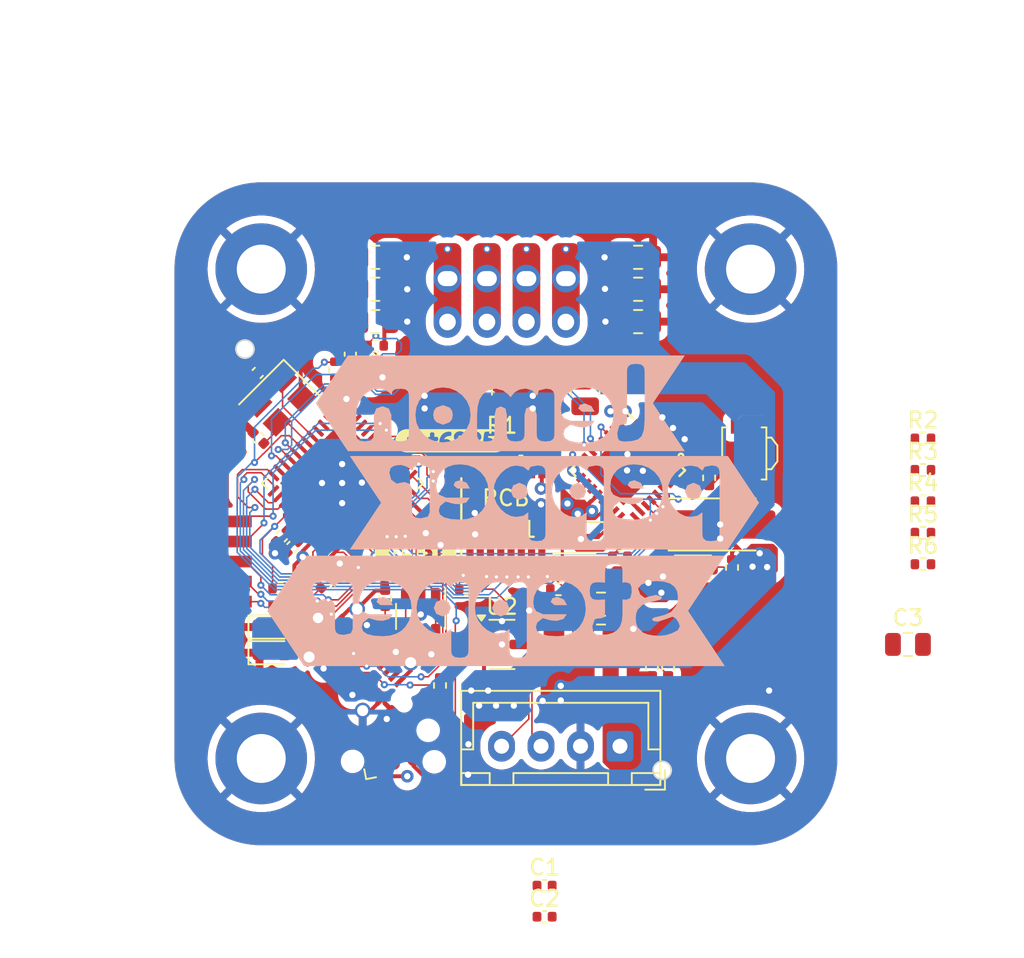
<source format=kicad_pcb>
(kicad_pcb (version 20240108) (generator "pcbnew") (generator_version "8.0")
  (layers (0 "F.Cu" signal) (1 "In1.Cu" signal) (2 "In2.Cu" signal) (31 "B.Cu" signal) (34 "B.Paste" user) (35 "F.Paste" user) (36 "B.SilkS" user "B.Silkscreen") (37 "F.SilkS" user "F.Silkscreen") (38 "B.Mask" user) (39 "F.Mask" user) (44 "Edge.Cuts" user))
  (net 0 "")
  (net 1 "GND")
  (net 2 "Vmot")
  (net 3 "/mcu/USBD_P")
  (net 4 "+3V3")
  (net 5 "/mcu/RESET")
  (net 6 "/mcu/XIN")
  (net 7 "/mcu/XOUT")
  (net 9 "/CANL")
  (net 10 "/CANH")
  (net 11 "/half bridges/OUT2B")
  (net 13 "Net-(D602-K)")
  (net 14 "Net-(U601-VCP)")
  (net 15 "/half bridges/OUT1A")
  (net 16 "/half bridges/OUT2A")
  (net 17 "/mcu/LED_GOOD")
  (net 18 "USB_5V")
  (net 19 "Net-(D301-A)")
  (net 20 "Net-(D302-A)")
  (net 21 "/current sense/V_SENSEA")
  (net 22 "/current sense/SENSEA")
  (net 23 "/mcu/SWDIO")
  (net 24 "/mcu/SWCLK")
  (net 25 "/mcu/USER_2")
  (net 26 "/mcu/BOOT0")
  (net 27 "Net-(R2-Pad1)")
  (net 28 "Net-(R4-Pad1)")
  (net 29 "Net-(D603-K)")
  (net 30 "Net-(D601-K)")
  (net 31 "Net-(D601-A)")
  (net 32 "Net-(R502-Pad2)")
  (net 33 "/usb/UCPD_CC2")
  (net 34 "/usb/UCPD_CC1")
  (net 35 "/mcu/LED_FAULT")
  (net 37 "/mcu/USBD_N")
  (net 38 "/half bridges/ENA")
  (net 39 "/encoder/A")
  (net 40 "/encoder/B")
  (net 41 "/encoder/Z")
  (net 43 "/encoder/SCK")
  (net 44 "/encoder/CIPO")
  (net 45 "/encoder/COPI")
  (net 46 "/encoder/CS")
  (net 47 "/encoder/CAL_EN")
  (net 48 "/mcu/USER_3")
  (net 49 "/mcu/USER_1")
  (net 52 "Net-(R502-Pad1)")
  (net 57 "/half bridges/IN2B")
  (net 58 "/mcu/TIM4_CH1")
  (net 59 "/half bridges/IN1A")
  (net 60 "/half bridges/IN2A")
  (net 61 "/half bridges/IN1B")
  (net 65 "/mcu/TIM4_CH2")
  (net 66 "/half bridges/OUT1B")
  (net 67 "/mcu/DIR")
  (net 68 "/mcu/STEP")
  (net 69 "Net-(U301-VREF+)")
  (net 70 "/mcu/ADC1_IN12")
  (net 74 "/current sense/SENSEB")
  (net 75 "/current sense/V_SENSEB")
  (footprint "Capacitor_SMD:C_0805_2012Metric" (layer "F.Cu") (at 138.025 74.8)
    (property "Reference" "C103" (hide yes))
    (property "Value" "10u" (hide yes))
  )
  (footprint "Connector:Tag-Connect_TC2030-IDC-NL_2x03_P1.27mm_Vertical" (layer "F.Cu") (at 139.075 102.175 11)
    (property "Reference" "J301" (hide yes))
    (property "Value" "TagConnect" (hide yes))
  )
  (footprint "Resistor_SMD:R_0402_1005Metric" (layer "F.Cu") (at 172.72 88.18)
    (property "Reference" "R5")
    (property "Value" "2k2")
  )
  (footprint "Resistor_SMD:R_0402_1005Metric" (layer "F.Cu") (at 142.125 97.85 90)
    (property "Reference" "R101" (hide yes))
    (property "Value" "5k1" (hide yes))
  )
  (footprint "Button_Switch_SMD:SW_SPST_B3U-3000P" (layer "F.Cu") (at 161.4 83.15 -90)
    (property "Reference" "SW301" (hide yes))
    (property "Value" "BOOT0" (hide yes))
  )
  (footprint "Resistor_SMD:R_0402_1005Metric" (layer "F.Cu") (at 134.95 91.3 -135)
    (property "Reference" "R302" (hide yes))
    (property "Value" "5k1" (hide yes))
  )
  (footprint "Capacitor_SMD:C_0402_1005Metric" (layer "F.Cu") (at 141.575 87.225 -45)
    (property "Reference" "C304" (hide yes))
    (property "Value" "100n" (hide yes))
  )
  (footprint "mechanical:PinHeader_1x05_P1.27mm_SMD" (layer "F.Cu") (at 127.05 90)
    (property "Reference" "J302" (hide yes))
    (property "Value" "USER CONN." (hide yes))
  )
  (footprint "Resistor_SMD:R_0402_1005Metric" (layer "F.Cu") (at 172.72 82.21)
    (property "Reference" "R2")
    (property "Value" "22k")
  )
  (footprint "Diode_SMD:D_SMA" (layer "F.Cu") (at 160.125 87.65)
    (property "Reference" "D101" (hide yes))
    (property "Value" "SS210" (hide yes))
  )
  (footprint "Capacitor_SMD:C_0805_2012Metric" (layer "F.Cu") (at 152.325 92.7 180)
    (property "Reference" "C106" (hide yes))
    (property "Value" "10u" (hide yes))
  )
  (footprint "Diode_SMD:D_0603_1608Metric" (layer "F.Cu") (at 131.475 94.15)
    (property "Reference" "D301" (hide yes))
    (property "Value" "USER" (hide yes))
  )
  (footprint "Capacitor_SMD:C_0402_1005Metric" (layer "F.Cu") (at 130.575 78.05 -135)
    (property "Reference" "C305" (hide yes))
    (property "Value" "20p" (hide yes))
  )
  (footprint "Capacitor_SMD:C_0402_1005Metric" (layer "F.Cu") (at 136.4448 76.8658 90)
    (property "Reference" "C308" (hide yes))
    (property "Value" "100n" (hide yes))
  )
  (footprint "Capacitor_SMD:C_0402_1005Metric" (layer "F.Cu") (at 132.775 89.075 -135)
    (property "Reference" "C307" (hide yes))
    (property "Value" "100n" (hide yes))
  )
  (footprint "Package_TO_SOT_SMD:SOT-23-6" (layer "F.Cu") (at 140.9 93.475 -90)
    (property "Reference" "U201" (hide yes))
    (property "Value" "SRV05-4" (hide yes))
  )
  (footprint "Capacitor_SMD:C_0402_1005Metric" (layer "F.Cu") (at 134.275 90.575 -135)
    (property "Reference" "C302" (hide yes))
    (property "Value" "100n" (hide yes))
  )
  (footprint "Capacitor_SMD:C_0402_1005Metric" (layer "F.Cu") (at 153.525 89.675)
    (property "Reference" "C602" (hide yes))
    (property "Value" "220n" (hide yes))
  )
  (footprint "Fiducial:Fiducial_0.5mm_Mask1mm" (layer "F.Cu") (at 129.725 97.425)
    (property "Reference" "FID102" (hide yes))
    (property "Value" "Fiducial" (hide yes))
  )
  (footprint "Capacitor_SMD:C_0402_1005Metric" (layer "F.Cu") (at 147.25 82.925 180)
    (property "Reference" "C401" (hide yes))
    (property "Value" "100n" (hide yes))
  )
  (footprint "Diode_SMD:D_0603_1608Metric" (layer "F.Cu") (at 131.475 95.775)
    (property "Reference" "D302" (hide yes))
    (property "Value" "FAULT" (hide yes))
  )
  (footprint "Resistor_SMD:R_0402_1005Metric" (layer "F.Cu") (at 138.65 92.35 90)
    (property "Reference" "R102" (hide yes))
    (property "Value" "5k1" (hide yes))
  )
  (footprint "Resistor_SMD:R_0402_1005Metric" (layer "F.Cu") (at 143.85 91.75)
    (property "Reference" "R105" (hide yes))
    (property "Value" "0R" (hide yes))
  )
  (footprint "Resistor_SMD:R_0402_1005Metric" (layer "F.Cu") (at 132.025 92.8 180)
    (property "Reference" "R301" (hide yes))
    (property "Value" "5k1" (hide yes))
  )
  (footprint "Capacitor_SMD:C_0402_1005Metric" (layer "F.Cu") (at 139.075 90.875 180)
    (property "Reference" "C201" (hide yes))
    (property "Value" "47p" (hide yes))
  )
  (footprint "Capacitor_SMD:C_0805_2012Metric" (layer "F.Cu") (at 138.025 72.75 180)
    (property "Reference" "C102" (hide yes))
    (property "Value" "10u" (hide yes))
  )
  (footprint "Resistor_SMD:R_0402_1005Metric" (layer "F.Cu") (at 146.05 82.55)
    (property "Reference" "R1")
    (property "Value" "1k5")
  )
  (footprint "Capacitor_SMD:C_0805_2012Metric" (layer "F.Cu") (at 138.025 70.725)
    (property "Reference" "C101" (hide yes))
    (property "Value" "10u" (hide yes))
  )
  (footprint "mechanical:usb_c" (layer "F.Cu") (at 136.951005 96.126005 -45)
    (property "Reference" "J201" (hide yes))
    (property "Value" "USB_C_Receptacle_USB2.0" (hide yes))
  )
  (footprint "Resistor_SMD:R_0402_1005Metric" (layer "F.Cu") (at 172.72 86.19)
    (property "Reference" "R4")
    (property "Value" "22k")
  )
  (footprint "kibuzzard-65A1D30A" (layer "F.Cu") (at 162.4 77.415)
    (property "Reference" "kibuzzard-65A1D30A" (hide yes))
    (property "Value" "G***" (hide yes))
  )
  (footprint "Resistor_SMD:R_1206_3216Metric" (layer "F.Cu") (at 151.32 78.7 90)
    (property "Reference" "R703" (hide yes))
    (property "Value" "20m" (hide yes))
  )
  (footprint "Capacitor_SMD:C_0402_1005Metric" (layer "F.Cu") (at 141.2 90.875)
    (property "Reference" "C202" (hide yes))
    (property "Value" "47p" (hide yes))
  )
  (footprint "Capacitor_SMD:C_0402_1005Metric" (layer "F.Cu") (at 132.1 88.4 -135)
    (property "Reference" "C301" (hide yes))
    (property "Value" "1u" (hide yes))
  )
  (footprint "footprints:XH2.54 4P" (layer "F.Cu") (at 146.35 74.825)
    (property "Reference" "M101" (hide yes))
    (property "Value" "MOT" (hide yes))
  )
  (footprint "Resistor_SMD:R_0402_1005Metric" (layer "F.Cu") (at 156.575 96.7 -90)
    (property "Reference" "R502" (hide yes))
    (property "Value" "51k" (hide yes))
  )
  (footprint "matei:ST-L6226Q-VQFN32" (layer "F.Cu") (at 154 84.225 -135)
    (property "Reference" "U601" (hide yes))
    (property "Value" "L6226QTR" (hide yes))
  )
  (footprint "Capacitor_SMD:C_0402_1005Metric" (layer "F.Cu") (at 153.525 88.675)
    (property "Reference" "C601" (hide yes))
    (property "Value" "10n" (hide yes))
  )
  (footprint "Package_DFN_QFN:QFN-48-1EP_7x7mm_P0.5mm_EP5.6x5.6mm" (layer "F.Cu") (at 135.950349 85.039949 -45)
    (property "Reference" "U301" (hide yes))
    (property "Value" "STM32G431" (hide yes))
  )
  (footprint "Resistor_SMD:R_0402_1005Metric" (layer "F.Cu") (at 138.05 76.325 180)
    (property "Reference" "R303" (hide yes))
    (property "Value" "51k" (hide yes))
  )
  (footprint "Resistor_SMD:R_0402_1005Metric" (layer "F.Cu") (at 155.55 96.7 -90)
    (property "Reference" "R503" (hide yes))
    (property "Value" "22k" (hide yes))
  )
  (footprint "Capacitor_SMD:C_0402_1005Metric" (layer "F.Cu") (at 148.75 110.53)
    (property "Reference" "C1")
    (property "Value" "1u")
  )
  (footprint "mechanical:NEMA17" (layer "F.Cu") (at 146.3 86.975)
    (property "Reference" "H101")
    (property "Value" "PCB")
    (fp_line (start -21 15.5) (end -21 -15.5) (stroke (width 0.016)) (layer "Edge.Cuts"))
    (fp_line (start -15.5 -21) (end 15.5 -21) (stroke (width 0.016)) (layer "Edge.Cuts"))
    (fp_line (start 15.5 21) (end -15.5 21) (stroke (width 0.016)) (layer "Edge.Cuts"))
    (fp_line (start 21 -15.5) (end 21 15.5) (stroke (width 0.016)) (layer "Edge.Cuts"))
    (fp_arc (start -21 -15.5) (mid -19.389087 -19.389087) (end -15.5 -21) (stroke (width 0.016)) (layer "Edge.Cuts"))
    (fp_arc (start -15.5 21) (mid -19.389087 19.389087) (end -21 15.5) (stroke (width 0.016)) (layer "Edge.Cuts"))
    (fp_arc (start 15.5 -21) (mid 19.389087 -19.389087) (end 21 -15.5) (stroke (width 0.016)) (layer "Edge.Cuts"))
    (fp_arc (start 21 15.5) (mid 19.389087 19.389087) (end 15.5 21) (stroke (width 0.016)) (layer "Edge.Cuts"))
  )
  (footprint "Package_TO_SOT_SMD:SOT-23-3" (layer "F.Cu") (at 146.05 95.25)
    (property "Reference" "U2")
    (property "Value" "XC6206PxxxMR")
  )
  (footprint "Capacitor_SMD:C_0805_2012Metric" (layer "F.Cu") (at 154.675 70.725)
    (property "Reference" "C104" (hide yes))
    (property "Value" "10u" (hide yes))
  )
  (footprint "kibuzzard-652C57F7" (layer "F.Cu") (at 140.575 89.425)
    (property "Reference" "kibuzzard-652C57F7" (hide yes))
    (property "Value" "G***" (hide yes))
  )
  (footprint "Capacitor_SMD:C_0805_2012Metric" (layer "F.Cu") (at 154.675 74.8 180)
    (property "Reference" "C105" (hide yes))
    (property "Value" "10u" (hide yes))
  )
  (footprint "Capacitor_SMD:C_0402_1005Metric" (layer "F.Cu") (at 137.025 78.325)
    (property "Reference" "C303" (hide yes))
    (property "Value" "100n" (hide yes))
  )
  (footprint "Crystal:Crystal_SMD_3225-4Pin_3.2x2.5mm" (layer "F.Cu") (at 131.975 79.8 -135)
    (property "Reference" "Y301" (hide yes))
    (property "Value" "12MHz" (hide yes))
  )
  (footprint "Resistor_SMD:R_0402_1005Metric" (layer "F.Cu") (at 159.175 84.7 -90)
    (property "Reference" "R305" (hide yes))
    (property "Value" "10k" (hide yes))
  )
  (footprint "Fiducial:Fiducial_0.5mm_Mask1mm" (layer "F.Cu") (at 129.62 83.05)
    (property "Reference" "FID101" (hide yes))
    (property "Value" "Fiducial" (hide yes))
  )
  (footprint "Diode_SMD:D_SOD-323" (layer "F.Cu") (at 150.925 90.325)
    (property "Reference" "D602" (hide yes))
    (property "Value" "1N4148WS" (hide yes))
  )
  (footprint "Resistor_SMD:R_0402_1005Metric" (layer "F.Cu") (at 138.05 77.325 180)
    (property "Reference" "R304" (hide yes))
    (property "Value" "3k3" (hide yes))
  )
  (footprint "Connector_JST:JST_XH_B4B-XH-A_1x04_P2.50mm_Vertical" (layer "F.Cu") (at 153.525 101.7 180)
    (property "Reference" "J101" (hide yes))
    (property "Value" "INPUT" (hide yes))
  )
  (footprint "kibuzzard-652C580D" (layer "F.Cu") (at 142.825 82.35)
    (property "Reference" "kibuzzard-652C580D" (hide yes))
    (property "Value" "G***" (hide yes))
  )
  (footprint "matei:MagnTek TSSOP-16-1EP_4.4x5mm_P0.65mm" (layer "F.Cu") (at 146.3 86.975 90)
    (property "Reference" "U401" (hide yes))
    (property "Value" "MT6835" (hide yes))
  )
  (footprint "Resistor_SMD:R_0402_1005Metric" (layer "F.Cu") (at 132.025 91.7 180)
    (property "Reference" "R401" (hide yes))
    (property "Value" "10k" (hide yes))
  )
  (footprint "Resistor_SMD:R_0402_1005Metric" (layer "F.Cu") (at 160.625 90.375 90)
    (property "Reference" "R601" (hide yes))
    (property "Value" "5k1")
  )
  (footprint "Resistor_SMD:R_1206_3216Metric" (layer "F.Cu") (at 144.50625 78.7 90)
    (property "Reference" "R701" (hide yes))
    (property "Value" "20m" (hide yes))
  )
  (footprint "Fiducial:Fiducial_0.5mm_Mask1mm" (layer "F.Cu") (at 162.675 79.375)
    (property "Reference" "FID103" (hide yes))
    (property "Value" "Fiducial" (hide yes))
  )
  (footprint "Capacitor_SMD:C_0805_2012Metric" (layer "F.Cu") (at 152.325 94.725 180)
    (property "Reference" "C108" (hide yes))
    (property "Value" "10u" (hide yes))
  )
  (footprint "Capacitor_SMD:C_0805_2012Metric" (layer "F.Cu") (at 171.77 95.25)
    (property "Reference" "C3")
    (property "Value" "10u")
  )
  (footprint "Diode_SMD:D_SOD-323" (layer "F.Cu") (at 150.925 88.35 180)
    (property "Reference" "D603" (hide yes))
    (property "Value" "1N4148WS" (hide yes))
  )
  (footprint "Resistor_SMD:R_0402_1005Metric" (layer "F.Cu") (at 135.4796 77.85 90)
    (property "Reference" "R306" (hide yes))
    (property "Value" "10k" (hide yes))
  )
  (footprint "Capacitor_SMD:C_0402_1005Metric" (layer "F.Cu") (at 148.75 112.5)
    (property "Reference" "C2")
    (property "Value" "1u")
  )
  (footprint "Diode_SMD:D_0603_1608Metric" (layer "F.Cu") (at 158.5 90.35)
    (property "Reference" "D601" (hide yes))
    (property "Value" "OCD")
  )
  (footprint "Resistor_SMD:R_0402_1005Metric" (layer "F.Cu") (at 149.625 91.75)
    (property "Reference" "R104" (hide yes))
    (property "Value" "0R" (hide yes))
  )
  (footprint "Capacitor_SMD:C_0402_1005Metric" (layer "F.Cu") (at 130.625 82.175 135)
    (property "Reference" "C306" (hide yes))
    (property "Value" "20p" (hide yes))
  )
  (footprint "Resistor_SMD:R_0402_1005Metric" (layer "F.Cu") (at 172.72 84.2)
    (property "Reference" "R3")
    (property "Value" "2k2")
  )
  (footprint "Capacitor_SMD:C_0805_2012Metric" (layer "F.Cu") (at 154.675 72.75 180)
    (property "Reference" "C107" (hide yes))
    (property "Value" "10u" (hide yes))
  )
  (footprint "Resistor_SMD:R_0402_1005Metric" (layer "F.Cu") (at 172.72 90.17)
    (property "Reference" "R6")
    (property "Value" "1k5")
  )
  (footprint "kibuzzard-6557D153" (layer "B.Cu") (at 149.375 86.275 180)
    (property "Reference" "kibuzzard-6557D153" (hide yes))
    (property "Value" "G***" (hide yes))
  )
  (footprint "kibuzzard-6557D149" (layer "B.Cu") (at 145.95 79.975 180)
    (property "Reference" "kibuzzard-6557D149" (hide yes))
    (property "Value" "G***" (hide yes))
  )
  (footprint "kibuzzard-6557D15D" (layer "B.Cu") (at 145.675 93.125 180)
    (property "Reference" "kibuzzard-6557D15D" (hide yes))
    (property "Value" "G***" (hide yes))
  )
  (gr_circle (center 129.77 76.54) (end 130.346 76.54) (stroke (width 0.1)) (fill none) (layer "Edge.Cuts"))
  (gr_circle (center 156.2 103.23) (end 156.776 103.23) (stroke (width 0.1)) (fill none) (layer "Edge.Cuts"))
  (segment (start 156.549874 84.15) (end 155.55 84.15) (width 0.25) (layer "F.Cu") (net 1))
  (segment (start 152.575 84.225) (end 153.975 84.225) (width 0.25) (layer "F.Cu") (net 1))
  (segment (start 133.3 79.569365) (end 133.3 73.975) (width 0.25) (layer "F.Cu") (net 1))
  (segment (start 133.935589 91.402241) (end 133.903482 91.434348) (width 0.25) (layer "F.Cu") (net 1))
  (segment (start 139.815736 100) (end 138.775 100) (width 0.25) (layer "F.Cu") (net 1))
  (segment (start 142.1775 78.2) (end 141.1775 79.2) (width 0.25) (layer "F.Cu") (net 1))
  (segment (start 149.31 93.1) (end 149.325 93.115) (width 0.25) (layer "F.Cu") (net 1))
  (segment (start 153.975 84.225) (end 154 84.225) (width 0.25) (layer "F.Cu") (net 1))
  (segment (start 141.15 80.3) (end 141.1775 80.2725) (width 0.25) (layer "F.Cu") (net 1))
  (segment (start 160.2 84.185) (end 160.24 84.185) (width 0.25) (layer "F.Cu") (net 1))
  (segment (start 157.698147 80.864353) (end 158.6375 79.925) (width 0.25) (layer "F.Cu") (net 1))
  (segment (start 138.775 100) (end 138.75 99.975) (width 0.25) (layer "F.Cu") (net 1))
  (segment (start 155.06066 84.225) (end 154 84.225) (width 0.25) (layer "F.Cu") (net 1))
  (segment (start 152.472649 86.105904) (end 154 84.578553) (width 0.25) (layer "F.Cu") (net 1))
  (segment (start 154 82.825) (end 154 84.225) (width 0.25) (layer "F.Cu") (net 1))
  (segment (start 141.1775 80.2725) (end 141.1775 79.5275) (width 0.25) (layer "F.Cu") (net 1))
  (segment (start 153.975 86.025) (end 153.975 85.967767) (width 0.25) (layer "F.Cu") (net 1))
  (segment (start 153.95 82.775) (end 154 82.825) (width 0.25) (layer "F.Cu") (net 1))
  (segment (start 134.525 72.75) (end 133.3 73.975) (width 0.25) (layer "F.Cu") (net 1))
  (segment (start 138.52 80.21) (end 139.86 81.55) (width 0.25) (layer "F.Cu") (net 1))
  (segment (start 142.15 88.939) (end 142.15 87.8) (width 0.25) (layer "F.Cu") (net 1))
  (segment (start 156.175 93.8) (end 156.175 93.37) (width 0.25) (layer "F.Cu") (net 1))
  (segment (start 155.43 94.1) (end 155.875 94.1) (width 0.25) (layer "F.Cu") (net 1))
  (segment (start 140.518071 99.297665) (end 139.815736 100) (width 0.25) (layer "F.Cu") (net 1))
  (segment (start 138.76 91.04) (end 138.595 90.875) (width 0.25) (layer "F.Cu") (net 1))
  (segment (start 154 85.75) (end 154 84.225) (width 0.25) (layer "F.Cu") (net 1))
  (segment (start 156.210647 80.864353) (end 157.698147 80.864353) (width 0.25) (layer "F.Cu") (net 1))
  (segment (start 140.6775 78.7) (end 141.1775 79.2) (width 0.25) (layer "F.Cu") (net 1))
  (segment (start 139.92 77.37) (end 141.1775 78.6275) (width 0.25) (layer "F.Cu") (net 1))
  (segment (start 154.353553 84.225) (end 154 84.225) (width 0.25) (layer "F.Cu") (net 1))
  (segment (start 134.535913 94.860913) (end 133.842948 95.553878) (width 0.25) (layer "F.Cu") (net 1))
  (segment (start 159.175 85.21) (end 160.2 84.185) (width 0.25) (layer "F.Cu") (net 1))
  (segment (start 133.325 94.55) (end 132.925 94.95) (width 0.25) (layer "F.Cu") (net 1))
  (segment (start 155.175 93.37) (end 155.175 93.845) (width 0.25) (layer "F.Cu") (net 1))
  (segment (start 140.9 81.55) (end 141.15 81.3) (width 0.25) (layer "F.Cu") (net 1))
  (segment (start 158.475 74.8) (end 159.3 73.975) (width 0.25) (layer "F.Cu") (net 1))
  (segment (start 133.935589 90.914411) (end 133.935589 91.402241) (width 0.25) (layer "F.Cu") (net 1))
  (segment (start 148 79.5) (end 148 79.2275) (width 0.25) (layer "F.Cu") (net 1))
  (segment (start 131.700879 89.474121) (end 132.098089 89.076911) (width 0.25) (layer "F.Cu") (net 1))
  (segment (start 142.161 88.95) (end 142.15 88.939) (width 0.25) (layer "F.Cu") (net 1))
  (segment (start 155.875 94.1) (end 156.175 93.8) (width 0.25) (layer "F.Cu") (net 1))
  (segment (start 154.032233 86.025) (end 153.975 86.025) (width 0.25) (layer "F.Cu") (net 1))
  (segment (start 133.842948 95.553878) (end 133.842948 96.048852) (width 0.25) (layer "F.Cu") (net 1))
  (segment (start 147.65625 81.5) (end 147.73 81.5) (width 0.25) (layer "F.Cu") (net 1))
  (segment (start 154.370845 94.263732) (end 154.756268 94.263732) (width 0.25) (layer "F.Cu") (net 1))
  (segment (start 155.527351 82.344096) (end 154 83.871447) (width 0.25) (layer "F.Cu") (net 1))
  (segment (start 155.625 74.8) (end 158.475 74.8) (width 0.25) (layer "F.Cu") (net 1))
  (segment (start 146.77 82.925) (end 146.65 83.045) (width 0.25) (layer "F.Cu") (net 1))
  (segment (start 137.075 75.375) (end 136.425 76.025) (width 0.25) (layer "F.Cu") (net 1))
  (segment (start 142.775 103.7) (end 142.725 103.75) (width 0.25) (layer "F.Cu") (net 1))
  (segment (start 139.92 76.9) (end 139.92 77.37) (width 0.25) (layer "F.Cu") (net 1))
  (segment (start 134.55 75.225) (end 133.3 73.975) (width 0.25) (layer "F.Cu") (net 1))
  (segment (start 154.756268 94.263732) (end 155.175 93.845) (width 0.25) (layer "F.Cu") (net 1))
  (segment (start 141.15 81.3) (end 141.15 80.3) (width 0.25) (layer "F.Cu") (net 1))
  (segment (start 133.903482 91.816188) (end 133.325 92.39467) (width 0.25) (layer "F.Cu") (net 1))
  (segment (start 137.075 74.8) (end 134.125 74.8) (width 0.25) (layer "F.Cu") (net 1))
  (segment (start 141.1775 79.5275) (end 141.15 79.5) (width 0.25) (layer "F.Cu") (net 1))
  (segment (start 140.518071 99.281929) (end 140.518071 99.297665) (width 0.25) (layer "F.Cu") (net 1))
  (segment (start 136.425 76.025) (end 136.425 76.175) (width 0.25) (layer "F.Cu") (net 1))
  (segment (start 155.475 84.225) (end 154 84.225) (width 0.25) (layer "F.Cu") (net 1))
  (segment (start 141.1775 79.4725) (end 141.1775 79.2) (width 0.25) (layer "F.Cu") (net 1))
  (segment (start 154 82.625) (end 154 84.225) (width 0.25) (layer "F.Cu") (net 1))
  (segment (start 141.44 98.36) (end 140.518071 99.281929) (width 0.25) (layer "F.Cu") (net 1))
  (segment (start 137.075 72.75) (end 134.525 72.75) (width 0.25) (layer "F.Cu") (net 1))
  (segment (start 155.475 84.225) (end 155.45 84.25) (width 0.25) (layer "F.Cu") (net 1))
  (segment (start 154 82.725) (end 153.95 82.775) (width 0.25) (layer "F.Cu") (net 1))
  (segment (start 148.523639 86.374502) (end 147.349502 86.374502) (width 0.25) (layer "F.Cu") (net 1))
  (segment (start 156.234457 83.051203) (end 155.06066 84.225) (width 0.25) (layer "F.Cu") (net 1))
  (segment (start 151.335 93.075) (end 151.605 93.075) (width 0.25) (layer "F.Cu") (net 1))
  (segment (start 139.86 81.55) (end 140.9 81.55) (width 0.25) (layer "F.Cu") (net 1))
  (segment (start 148 79.2275) (end 148.0275 79.2) (width 0.25) (layer "F.Cu") (net 1))
  (segment (start 140.44283 102.94283) (end 140.44283 102.556006) (width 0.25) (layer "F.Cu") (net 1))
  (segment (start 137.505 77.36) (end 137.54 77.325) (width 0.25) (layer "F.Cu") (net 1))
  (segment (start 136.61 76.395) (end 137.54 77.325) (width 0.25) (layer "F.Cu") (net 1))
  (segment (start 141.15 79.5) (end 141.1775 79.4725) (width 0.25) (layer "F.Cu") (net 1))
  (segment (start 139.591726 97.583274) (end 140.27762 96.89738) (width 0.25) (layer "F.Cu") (net 1))
  (segment (start 155.173797 81.990543) (end 154 83.16434) (width 0.25) (layer "F.Cu") (net 1))
  (segment (start 155.625 72.75) (end 158.075 72.75) (width 0.25) (layer "F.Cu") (net 1))
  (segment (start 146.625 85.65) (end 146.625 84.2) (width 0.25) (layer "F.Cu") (net 1))
  (segment (start 151.32 77.095) (end 151.32 77.2375) (width 0.4) (layer "F.Cu") (net 1))
  (segment (start 154 85.992767) (end 154 85.8) (width 0.25) (layer "F.Cu") (net 1))
  (segment (start 133.353858 79.623223) (end 133.3 79.569365) (width 0.25) (layer "F.Cu") (net 1))
  (segment (start 156.941564 83.75831) (end 156.549874 84.15) (width 0.25) (layer "F.Cu") (net 1))
  (segment (start 138.65 91.84) (end 138.040887 91.84) (width 0.25) (layer "F.Cu") (net 1))
  (segment (start 132.435589 89.414411) (end 132.098089 89.076911) (width 0.25) (layer "F.Cu") (net 1))
  (segment (start 153.975 85.967767) (end 154 85.992767) (width 0.25) (layer "F.Cu") (net 1))
  (segment (start 154.46669 81.283436) (end 154 81.750126) (width 0.25) (layer "F.Cu") (net 1))
  (segment (start 155.880904 82.697649) (end 154.353553 84.225) (width 0.25) (layer "F.Cu") (net 1))
  (segment (start 152.232233 84.225) (end 152.575 84.225) (width 0.25) (layer "F.Cu") (net 1))
  (segment (start 148 79.5) (end 148 78.13) (width 0.25) (layer "F.Cu") (net 1))
  (segment (start 154.820244 86.813011) (end 154.032233 86.025) (width 0.25) (layer "F.Cu") (net 1))
  (segment (start 142.6275 78.2) (end 142.1775 78.2) (width 0.25) (layer "F.Cu") (net 1))
  (segment (start 158.075 72.75) (end 159.3 73.975) (width 0.25) (layer "F.Cu") (net 1))
  (segment (start 155.55 84.15) (end 155.475 84.225) (width 0.25) (layer "F.Cu") (net 1))
  (segment (start 135.702639 93.694187) (end 136.388533 93.008293) (width 0.25) (layer "F.Cu") (net 1))
  (segment (start 154 83.16434) (end 154 84.225) (width 0.25) (layer "F.Cu") (net 1))
  (segment (start 130.596142 79.976777) (end 130.596142 78.749964) (width 0.25) (layer "F.Cu") (net 1))
  (segment (start 155.767767 84.225) (end 155.475 84.225) (width 0.25) (layer "F.Cu") (net 1))
  (segment (start 133.325 92.39467) (end 133.325 94.55) (width 0.25) (layer "F.Cu") (net 1))
  (segment (start 134.125 74.8) (end 133.3 73.975) (width 0.25) (layer "F.Cu") (net 1))
  (segment (start 149.0275 78.2) (end 148.0275 79.2) (width 0.25) (layer "F.Cu") (net 1))
  (segment (start 154 81.750126) (end 154 82.725) (width 0.25) (layer "F.Cu") (net 1))
  (segment (start 154 82.457233) (end 154 82.625) (width 0.25) (layer "F.Cu") (net 1))
  (segment (start 141.1775 78.6275) (end 141.1775 79.2) (width 0.25) (layer "F.Cu") (net 1))
  (segment (start 146.65 84.175) (end 146.625 84.2) (width 0.25) (layer "F.Cu") (net 1))
  (segment (start 138.425 98.75) (end 137.732035 99.442965) (width 0.25) (layer "F.Cu") (net 1))
  (segment (start 146.65 83.045) (end 146.65 84.175) (width 0.25) (layer "F.Cu") (net 1))
  (segment (start 151.375 94.725) (end 151.375 92.7) (width 0.25) (layer "F.Cu") (net 1))
  (segment (start 154.820244 81.636989) (end 154 82.457233) (width 0.25) (layer "F.Cu") (net 1))
  (segment (start 155.175 93.845) (end 155.43 94.1) (width 0.25) (layer "F.Cu") (net 1))
  (segment (start 153.975 85.775) (end 154 85.75) (width 0.25) (layer "F.Cu") (net 1))
  (segment (start 151.375 94.725) (end 151.375 96.75) (width 0.25) (layer "F.Cu") (net 1))
  (segment (start 137.075 74.8) (end 137.075 75.375) (width 0.25) (layer "F.Cu") (net 1))
  (segment (start 140.9 93.3459) (end 140.9 92.3375) (width 0.25) (layer "F.Cu") (net 1))
  (segment (start 147.5275 78.7) (end 148.0275 79.2) (width 0.25) (layer "F.Cu") (net 1))
  (segment (start 132.098089 89.076911) (end 131.760589 88.739411) (width 0.25) (layer "F.Cu") (net 1))
  (segment (start 146.05 93.775) (end 145.44 94.385) (width 0.25) (layer "F.Cu") (net 1))
  (segment (start 131.5125 94.95) (end 130.6875 95.775) (width 0.25) (layer "F.Cu") (net 1))
  (segment (start 142.125 98.36) (end 141.44 98.36) (width 0.25) (layer "F.Cu") (net 1))
  (segment (start 140.9046 93.3505) (end 140.9 93.3459) (width 0.25) (layer "F.Cu") (net 1))
  (segment (start 130.596142 78.749964) (end 130.235589 78.389411) (width 0.25) (layer "F.Cu") (net 1))
  (segment (start 138.040887 91.84) (end 136.873223 93.007664) (width 0.25) (layer "F.Cu") (net 1))
  (segment (start 137.732035 99.442965) (end 137.237061 99.442965) (width 0.25) (layer "F.Cu") (net 1))
  (segment (start 137.505 78.325) (end 137.505 77.36) (width 0.25) (layer "F.Cu") (net 1))
  (segment (start 154 83.871447) (end 154 84.225) (width 0.25) (layer "F.Cu") (net 1))
  (segment (start 131.66968 89.474121) (end 131.700879 89.474121) (width 0.25) (layer "F.Cu") (net 1))
  (segment (start 154 84.578553) (end 154 84.225) (width 0.25) (layer "F.Cu") (net 1))
  (segment (start 156.588011 83.404756) (end 155.767767 84.225) (width 0.25) (layer "F.Cu") (net 1))
  (segment (start 160.24 84.185) (end 160.725 83.7) (width 0.25) (layer "F.Cu") (net 1))
  (segment (start 142.725 103.75) (end 141.25 103.75) (width 0.25) (layer "F.Cu") (net 1))
  (segment (start 136.575 76.395) (end 136.61 76.395) (width 0.25) (layer "F.Cu") (net 1))
  (segment (start 141.25 103.75) (end 140.44283 102.94283) (width 0.25) (layer "F.Cu") (net 1))
  (segment (start 155.425 84.225) (end 154 84.225) (width 0.25) (layer "F.Cu") (net 1))
  (segment (start 147.775 93.1) (end 149.31 93.1) (width 0.25) (layer "F.Cu") (net 1))
  (segment (start 138.76 91.84) (end 138.76 91.04) (width 0.25) (layer "F.Cu") (net 1))
  (segment (start 136.388533 93.008293) (end 136.883507 93.008293) (width 0.25) (layer "F.Cu") (net 1))
  (segment (start 149.4775 78.2) (end 149.0275 78.2) (width 0.25) (layer "F.Cu") (net 1))
  (segment (start 154 85.8) (end 153.975 85.775) (width 0.25) (layer "F.Cu") (net 1))
  (segment (start 151.411989 83.404756) (end 152.232233 84.225) (width 0.25) (layer "F.Cu") (net 1))
  (segment (start 142.15 87.8) (end 141.914411 87.564411) (width 0.25) (layer "F.Cu") (net 1))
  (segment (start 155.45 84.25) (end 155.425 84.225) (width 0.25) (layer "F.Cu") (net 1))
  (segment (start 140.27762 96.89738) (end 140.27762 96.402406) (width 0.25) (layer "F.Cu") (net 1))
  (segment (start 132.925 94.95) (end 131.5125 94.95) (width 0.25) (layer "F.Cu") (net 1))
  (segment (start 133.903482 91.434348) (end 133.903482 91.816188) (width 0.25) (layer "F.Cu") (net 1))
  (segment (start 147.349502 86.374502) (end 146.625 85.65) (width 0.25) (layer "F.Cu") (net 1))
  (via (at 153.975 84.225) (size 0.8) (drill 0.4) (layers "F.Cu" "B.Cu") (net 1))
  (via (at 131.66968 89.474121) (size 0.8) (drill 0.4) (layers "F.Cu" "B.Cu") (net 1))
  (via (at 143.925 101.575) (size 0.8) (drill 0.4) (layers "F.Cu" "B.Cu") (net 1))
  (via (at 134.65 85.025) (size 0.8) (drill 0.4) (layers "F.Cu" "B.Cu") (net 1))
  (via (at 135.925 86.3) (size 0.8) (drill 0.4) (layers "F.Cu" "B.Cu") (net 1))
  (via (at 137.175 85) (size 0.8) (drill 0.4) (layers "F.Cu" "B.Cu") (net 1))
  (via (at 162.975 98.175) (size 0.8) (drill 0.4) (layers "F.Cu" "B.Cu") (net 1))
  (via (at 135.925 85.025) (size 0.8) (drill 0.4) (layers "F.Cu" "B.Cu") (net 1))
  (via (at 156.885647 81.539353) (size 0.8) (drill 0.4) (layers "F.Cu" "B.Cu") (net 1))
  (via (at 148 80.3) (size 0.8) (drill 0.4) (layers "F.Cu" "B.Cu") (net 1))
  (via (at 157.625 82.25) (size 0.8) (drill 0.4) (layers "F.Cu" "B.Cu") (net 1))
  (via (at 135.925 83.825) (size 0.8) (drill 0.4) (layers "F.Cu" "B.Cu") (net 1))
  (via (at 149.775 98.8) (size 0.8) (drill 0.4) (layers "F.Cu" "B.Cu") (net 1))
  (via (at 144.35 88.275) (size 0.8) (drill 0.4) (layers "F.Cu" "B.Cu") (net 1))
  (via (at 149.775 97.875) (size 0.8) (drill 0.4) (layers "F.Cu" "B.Cu") (net 1))
  (via (at 154.975 84.25) (size 0.8) (drill 0.4) (layers "F.Cu" "B.Cu") (net 1))
  (via (at 154.370845 94.263732) (size 0.8) (drill 0.4) (layers "F.Cu" "B.Cu") (net 1))
  (via (at 148 79.5) (size 0.8) (drill 0.4) (layers "F.Cu" "B.Cu") (net 1))
  (via (at 142.161 88.95) (size 0.8) (drill 0.4) (layers "F.Cu" "B.Cu") (net 1))
  (via (at 147.775 93.1) (size 0.8) (drill 0.4) (layers "F.Cu" "B.Cu") (net 1))
  (via (at 156.210647 80.864353) (size 0.8) (drill 0.4) (layers "F.Cu" "B.Cu") (net 1))
  (via (at 138.75 99.975) (size 0.8) (drill 0.4) (layers "F.Cu" "B.Cu") (net 1))
  (via (at 141.15 79.5) (size 0.8) (drill 0.4) (layers "F.Cu" "B.Cu") (net 1))
  (via (at 146.05 93.775) (size 0.8) (drill 0.4) (layers "F.Cu" "B.Cu") (net 1))
  (via (at 144.325 86.925) (size 0.8) (drill 0.4) (layers "F.Cu" "B.Cu") (net 1))
  (via (at 141.15 80.3) (size 0.8) (drill 0.4) (layers "F.Cu" "B.Cu") (net 1))
  (via (at 140.9046 93.3505) (size 0.8) (drill 0.4) (layers "F.Cu" "B.Cu") (net 1))
  (via (at 143.9 103.5) (size 0.8) (drill 0.4) (layers "F.Cu" "B.Cu") (net 1))
  (via (at 154 83.2) (size 0.8) (drill 0.4) (layers "F.Cu" "B.Cu") (net 1))
  (via (at 148.523639 86.374502) (size 0.8) (drill 0.4) (layers "F.Cu" "B.Cu") (net 1))
  (via (at 148.625 98.825) (size 0.8) (drill 0.4) (layers "F.Cu" "B.Cu") (net 1))
  (segment (start 152.575 72.725) (end 153.7 72.725) (width 0.25) (layer "F.Cu") (net 2))
  (segment (start 140.05 72.75) (end 138.975 72.75) (width 0.25) (layer "F.Cu") (net 2))
  (segment (start 138.975 70.725) (end 140.025 70.725) (width 0.25) (layer "F.Cu") (net 2))
  (segment (start 138.6 75.075) (end 138.6 76.285) (width 0.25) (layer "F.Cu") (net 2))
  (segment (start 151.975 90.325) (end 152.4 90.325) (width 0.25) (layer "F.Cu") (net 2))
  (segment (start 138.6 76.285) (end 138.56 76.325) (width 0.25) (layer "F.Cu") (net 2))
  (segment (start 158.982503 87.65) (end 159.8755 88.542997) (width 0.25) (layer "F.Cu") (net 2))
  (segment (start 140.05 74.8) (end 138.975 74.8) (width 0.25) (layer "F.Cu") (net 2))
  (segment (start 153.7 72.725) (end 153.725 72.75) (width 0.25) (layer "F.Cu") (net 2))
  (segment (start 153.675 72.725) (end 152.575 72.725) (width 0.25) (layer "F.Cu") (net 2))
  (segment (start 138.875 74.8) (end 138.6 75.075) (width 0.25) (layer "F.Cu") (net 2))
  (segment (start 153.725 70.725) (end 152.55 70.725) (width 0.25) (layer "F.Cu") (net 2))
  (segment (start 138.975 74.8) (end 138.875 74.8) (width 0.25) (layer "F.Cu") (net 2))
  (segment (start 154.005 89.675) (end 154.005 90.38) (width 0.25) (layer "F.Cu") (net 2))
  (segment (start 152.4 90.325) (end 152.825 90.75) (width 0.25) (layer "F.Cu") (net 2))
  (segment (start 152.605664 74.8) (end 153.725 74.8) (width 0.25) (layer "F.Cu") (net 2))
  (segment (start 158.125 87.65) (end 158.982503 87.65) (width 0.25) (layer "F.Cu") (net 2))
  (segment (start 153.275 94.725) (end 153.275 94.37) (width 0.25) (layer "F.Cu") (net 2))
  (segment (start 158.125 87.65) (end 159.875 87.65) (width 0.25) (layer "F.Cu") (net 2))
  (via (at 159.875 87.65) (size 0.8) (drill 0.4) (layers "F.Cu" "B.Cu") (net 2))
  (via (at 150.2 86.325) (size 0.8) (drill 0.4) (layers "F.Cu" "B.Cu") (net 2))
  (via (at 140.025 70.725) (size 0.8) (drill 0.4) (layers "F.Cu" "B.Cu") (net 2))
  (via (at 150.85 86.975) (size 0.8) (drill 0.4) (layers "F.Cu" "B.Cu") (net 2))
  (via (at 152.605664 74.8) (size 0.8) (drill 0.4) (layers "F.Cu" "B.Cu") (net 2))
  (via (at 152.575 72.725) (size 0.8) (drill 0.4) (layers "F.Cu" "B.Cu") (net 2))
  (via (at 156.25 90.95) (size 0.8) (drill 0.4) (layers "F.Cu" "B.Cu") (net 2))
  (via (at 159.8755 88.542997) (size 0.8) (drill 0.4) (layers "F.Cu" "B.Cu") (net 2))
  (via (at 155.325 91.35) (size 0.8) (drill 0.4) (layers "F.Cu" "B.Cu") (net 2))
  (via (at 151.75 86.8) (size 0.8) (drill 0.4) (layers "F.Cu" "B.Cu") (net 2))
  (via (at 140.05 74.8) (size 0.8) (drill 0.4) (layers "F.Cu" "B.Cu") (net 2))
  (via (at 140.05 72.75) (size 0.8) (drill 0.4) (layers "F.Cu" "B.Cu") (net 2))
  (via (at 156.15 91.975) (size 0.8) (drill 0.4) (layers "F.Cu" "B.Cu") (net 2))
  (via (at 152.55 70.725) (size 0.8) (drill 0.4) (layers "F.Cu" "B.Cu") (net 2))
  (segment (start 141.85 95) (end 141.85 94.6125) (width 0.1) (layer "F.Cu") (net 3))
  (segment (start 139.618465 86.233192) (end 140.625 87.239727) (width 0.1) (layer "F.Cu") (net 3))
  (segment (start 137.45 96.65) (end 136.989466 96.65) (width 0.1) (layer "F.Cu") (net 3))
  (segment (start 137.08236 95.85) (end 137.470406 95.461954) (width 0.1) (layer "F.Cu") (net 3))
  (segment (start 140.72 90.875) (end 140.775 90.875) (width 0.1) (layer "F.Cu") (net 3))
  (segment (start 140.625 87.239727) (end 140.625 90.78) (width 0.1) (layer "F.Cu") (net 3))
  (segment (start 141.375 97.3) (end 142.275 96.4) (width 0.1) (layer "F.Cu") (net 3))
  (segment (start 141.85 94.6125) (end 141.85 92.3375) (width 0.1) (layer "F.Cu") (net 3))
  (segment (start 137.475 96.625) (end 137.45 96.65) (width 0.1) (layer "F.Cu") (net 3))
  (segment (start 140.625 90.78) (end 140.72 90.875) (width 0.1) (layer "F.Cu") (net 3))
  (segment (start 142.275 95.425) (end 141.85 95) (width 0.1) (layer "F.Cu") (net 3))
  (segment (start 140.925 97.3) (end 141.375 97.3) (width 0.1) (layer "F.Cu") (net 3))
  (segment (start 136.65 95.85) (end 137.08236 95.85) (width 0.1) (layer "F.Cu") (net 3))
  (segment (start 140.775 90.875) (end 141.85 91.95) (width 0.1) (layer "F.Cu") (net 3))
  (segment (start 141.85 91.95) (end 141.85 92.3375) (width 0.1) (layer "F.Cu") (net 3))
  (segment (start 142.275 96.4) (end 142.275 95.425) (width 0.1) (layer "F.Cu") (net 3))
  (segment (start 136.989466 96.65) (end 136.657233 96.982233) (width 0.1) (layer "F.Cu") (net 3))
  (via (at 140.925 97.3) (size 0.45) (drill 0.2) (layers "F.Cu" "B.Cu") (net 3))
  (via (at 136.65 95.825) (size 0.45) (drill 0.2) (layers "F.Cu" "B.Cu") (net 3))
  (via (at 137.475 96.625) (size 0.45) (drill 0.2) (layers "F.Cu" "B.Cu") (net 3))
  (segment (start 136.675 95.825) (end 136.65 95.825) (width 0.1) (layer "B.Cu") (net 3))
  (segment (start 137.475 96.625) (end 138.15 96.625) (width 0.1) (layer "B.Cu") (net 3))
  (segment (start 138.15 96.625) (end 138.825 97.3) (width 0.1) (layer "B.Cu") (net 3))
  (segment (start 137.475 96.625) (end 136.675 95.825) (width 0.1) (layer "B.Cu") (net 3))
  (segment (start 138.825 97.3) (end 140.925 97.3) (width 0.1) (layer "B.Cu") (net 3))
  (segment (start 160.5 85.75) (end 161.4 84.85) (width 0.25) (layer "F.Cu") (net 4))
  (segment (start 160.9375 89.0875) (end 160.5 88.65) (width 0.25) (layer "F.Cu") (net 4))
  (segment (start 140.960589 86.885589) (end 141.235589 86.885589) (width 0.25) (layer "F.Cu") (net 4))
  (segment (start 148.575 85.325) (end 148.525 85.375) (width 0.25) (layer "F.Cu") (net 4))
  (segment (start 139.972019 85.879638) (end 139.972019 85.897019) (width 0.25) (layer "F.Cu") (net 4))
  (segment (start 133.425028 89.333037) (end 134.403553 88.354512) (width 0.25) (layer "F.Cu") (net 4))
  (segment (start 136.44 79.7) (end 136.72 79.98) (width 0.25) (layer "F.Cu") (net 4))
  (segment (start 136.72 80.381211) (end 136.436485 80.664726) (width 0.25) (layer "F.Cu") (net 4))
  (segment (start 136.2 79.7) (end 136.44 79.7) (width 0.25) (layer "F.Cu") (net 4))
  (segment (start 137.84 78.97) (end 137.19 78.97) (width 0.25) (layer "F.Cu") (net 4))
  (segment (start 136.51 78.36) (end 136.545 78.325) (width 0.25) (layer "F.Cu") (net 4))
  (segment (start 136.72 79.98) (end 136.72 80.381211) (width 0.25) (layer "F.Cu") (net 4))
  (segment (start 160.625 89.4) (end 160.9375 89.0875) (width 0.25) (layer "F.Cu") (net 4))
  (segment (start 134.614411 89.557868) (end 134.614411 90.235589) (width 0.25) (layer "F.Cu") (net 4))
  (segment (start 132.9 90.231467) (end 132.9 91.335) (width 0.25) (layer "F.Cu") (net 4))
  (segment (start 140.05 103.6) (end 138.508836 103.6) (width 0.25) (layer "F.Cu") (net 4))
  (segment (start 133.425028 89.706439) (end 132.9 90.231467) (width 0.25) (layer "F.Cu") (net 4))
  (segment (start 137.19 78.97) (end 136.545 78.325) (width 0.25) (layer "F.Cu") (net 4))
  (segment (start 161.325 89.475) (end 160.9375 89.0875) (width 0.25) (layer "F.Cu") (net 4))
  (segment (start 134.614411 90.235589) (end 135.668395 90.235589) (width 0.25) (layer "F.Cu") (net 4))
  (segment (start 160.625 89.865) (end 160.625 89.4) (width 0.25) (layer "F.Cu") (net 4))
  (segment (start 148.575 84.2) (end 148.575 83.77) (width 0.25) (layer "F.Cu") (net 4))
  (segment (start 141.235589 88.189411) (end 141.225 88.2) (width 0.25) (layer "F.Cu") (net 4))
  (segment (start 162.375 89.475) (end 161.325 89.475) (width 0.25) (layer "F.Cu") (net 4))
  (segment (start 135.11066 89.061619) (end 134.614411 89.557868) (width 0.25) (layer "F.Cu") (net 4))
  (segment (start 141.235589 86.885589) (end 141.235589 88.189411) (width 0.25) (layer "F.Cu") (net 4))
  (segment (start 138.48 78.33) (end 137.84 78.97) (width 0.25) (layer "F.Cu") (net 4))
  (segment (start 162.65 90.35) (end 162.85 90.35) (width 0.25) (layer "F.Cu") (net 4))
  (segment (start 138.508836 103.6) (end 137.949497 103.040661) (width 0.25) (layer "F.Cu") (net 4))
  (segment (start 132.9 91.335) (end 132.535 91.7) (width 0.25) (layer "F.Cu") (net 4))
  (segment (start 144.9125 97.9125) (end 145.175 98.175) (width 0.25) (layer "F.Cu") (net 4))
  (segment (start 133.425028 89.706439) (end 133.425028 89.333037) (width 0.25) (layer "F.Cu") (net 4))
  (segment (start 148.575 84.2) (end 148.575 85.325) (width 0.25) (layer "F.Cu") (net 4))
  (segment (start 144.9125 96.2) (end 144.9125 97.9125) (width 0.25) (layer "F.Cu") (net 4))
  (segment (start 148.575 83.77) (end 147.73 82.925) (width 0.25) (layer "F.Cu") (net 4))
  (segment (start 135.668395 90.235589) (end 135.775873 90.128111) (width 0.25) (layer "F.Cu") (net 4))
  (segment (start 160.5 88.65) (end 160.5 85.75) (width 0.25) (layer "F.Cu") (net 4))
  (segment (start 139.972019 85.897019) (end 140.960589 86.885589) (width 0.25) (layer "F.Cu") (net 4))
  (segment (start 135.575 78.36) (end 136.51 78.36) (width 0.25) (layer "F.Cu") (net 4))
  (via (at 146.8 99.125) (size 0.8) (drill 0.4) (layers "F.Cu" "B.Cu") (net 4))
  (via (at 141.225 88.2) (size 0.8) (drill 0.4) (layers "F.Cu" "B.Cu") (net 4))
  (via (at 140.05 103.6) (size 0.8) (drill 0.4) (layers "F.Cu" "B.Cu") (net 4))
  (via (at 144.6 99.125) (size 0.8) (drill 0.4) (layers "F.Cu" "B.Cu") (net 4))
  (via (at 145.675 99.125) (size 0.8) (drill 0.4) (layers "F.Cu" "B.Cu") (net 4))
  (via (at 162.375 89.475) (size 0.8) (drill 0.4) (layers "F.Cu" "B.Cu") (net 4))
  (via (at 161.925 90.325) (size 0.8) (drill 0.4) (layers "F.Cu" "B.Cu") (net 4))
  (via (at 133.425028 89.706439) (size 0.8) (drill 0.4) (layers "F.Cu" "B.Cu") (net 4))
  (via (at 148.525 85.375) (size 0.8) (drill 0.4) (layers "F.Cu" "B.Cu") (net 4))
  (via (at 162.85 90.35) (size 0.8) (drill 0.4) (layers "F.Cu" "B.Cu") (net 4))
  (via (at 144.1 98.175) (size 0.8) (drill 0.4) (layers "F.Cu" "B.Cu") (net 4))
  (via (at 145.175 98.175) (size 0.8) (drill 0.4) (layers "F.Cu" "B.Cu") (net 4))
  (via (at 138.48 78.33) (size 0.8) (drill 0.4) (layers "F.Cu" "B.Cu") (net 4))
  (via (at 135.775873 90.128111) (size 0.8) (drill 0.4) (layers "F.Cu" "B.Cu") (net 4))
  (via (at 136.2 79.7) (size 0.8) (drill 0.4) (layers "F.Cu" "B.Cu") (net 4))
  (segment (start 132.581847 82.025) (end 133.342893 82.786046) (width 0.1) (layer "F.Cu") (net 5))
  (segment (start 143.095 93.805) (end 143.095 100.23) (width 0.1) (layer "F.Cu") (net 5))
  (segment (start 140.102119 101.892378) (end 139.196164 102.798333) (width 0.1) (layer "F.Cu") (net 5))
  (segment (start 141.432622 101.892378) (end 140.102119 101.892378) (width 0.1) (layer "F.Cu") (net 5))
  (segment (start 131.351358 82.760576) (end 131.351358 82.748642) (width 0.1) (layer "F.Cu") (net 5))
  (segment (start 130.923642 83.176358) (end 130.935576 83.176358) (width 0.1) (layer "F.Cu") (net 5))
  (segment (start 135.535 77.34) (end 136.56 77.34) (width 0.1) (layer "F.Cu") (net 5))
  (segment (start 143.095 100.23) (end 141.432622 101.892378) (width 0.1) (layer "F.Cu") (net 5))
  (segment (start 132.075 82.025) (end 132.581847 82.025) (width 0.1) (layer "F.Cu") (net 5))
  (segment (start 131.351358 82.748642) (end 132.075 82.025) (width 0.1) (layer "F.Cu") (net 5))
  (segment (start 130.935576 83.176358) (end 131.351358 82.760576) (width 0.1) (layer "F.Cu") (net 5))
  (segment (start 134.8 77.37) (end 135.505 77.37) (width 0.1) (layer "F.Cu") (net 5))
  (segment (start 135.505 77.37) (end 135.535 77.34) (width 0.1) (layer "F.Cu") (net 5))
  (segment (start 130.375 83.725) (end 130.923642 83.176358) (width 0.1) (layer "F.Cu") (net 5))
  (segment (start 143.15 93.75) (end 143.095 93.805) (width 0.1) (layer "F.Cu") (net 5))
  (via (at 130.375 83.725) (size 0.45) (drill 0.2) (layers "F.Cu" "B.Cu") (net 5))
  (via (at 134.8 77.37) (size 0.45) (drill 0.2) (layers "F.Cu" "B.Cu") (net 5))
  (via (at 143.15 93.75) (size 0.45) (drill 0.2) (layers "F.Cu" "B.Cu") (net 5))
  (segment (start 142.128111 91.778111) (end 143.15 92.8) (width 0.1) (layer "B.Cu") (net 5))
  (segment (start 143.15 92.8) (end 143.15 93.75) (width 0.1) (layer "B.Cu") (net 5))
  (segment (start 130.375 81.479316) (end 130.375 83.725) (width 0.1) (layer "B.Cu") (net 5))
  (segment (start 134.42 77.75) (end 134.104316 77.75) (width 0.1) (layer "B.Cu") (net 5))
  (segment (start 131.640221 91.778111) (end 142.128111 91.778111) (width 0.1) (layer "B.Cu") (net 5))
  (segment (start 129.275 89.41289) (end 131.640221 91.778111) (width 0.1) (layer "B.Cu") (net 5))
  (segment (start 134.104316 77.75) (end 130.375 81.479316) (width 0.1) (layer "B.Cu") (net 5))
  (segment (start 130.375 83.725) (end 130.209314 83.725) (width 0.1) (layer "B.Cu") (net 5))
  (segment (start 134.8 77.37) (end 134.42 77.75) (width 0.1) (layer "B.Cu") (net 5))
  (segment (start 129.275 84.659314) (end 129.275 89.41289) (width 0.1) (layer "B.Cu") (net 5))
  (segment (start 130.209314 83.725) (end 129.275 84.659314) (width 0.1) (layer "B.Cu") (net 5))
  (segment (start 130.914411 78.189411) (end 130.914411 77.710589) (width 0.1) (layer "F.Cu") (net 6))
  (segment (start 132.151777 78.421142) (end 132.151777 80.180716) (width 0.1) (layer "F.Cu") (net 6))
  (segment (start 131.146142 78.421142) (end 130.914411 78.189411) (width 0.1) (layer "F.Cu") (net 6))
  (segment (start 132.151777 78.421142) (end 131.146142 78.421142) (width 0.1) (layer "F.Cu") (net 6))
  (segment (start 132.151777 80.180716) (end 134.05 82.078939) (width 0.1) (layer "F.Cu") (net 6))
  (segment (start 130.985589 82.514411) (end 131.798223 81.701777) (width 0.1) (layer "F.Cu") (net 7))
  (segment (start 130.964411 82.514411) (end 130.985589 82.514411) (width 0.1) (layer "F.Cu") (net 7))
  (segment (start 132.442811 81.178858) (end 133.696446 82.432493) (width 0.1) (layer "F.Cu") (net 7))
  (segment (start 131.798223 81.178858) (end 132.442811 81.178858) (width 0.1) (layer "F.Cu") (net 7))
  (segment (start 131.798223 81.701777) (end 131.798223 81.178858) (width 0.1) (layer "F.Cu") (net 7))
  (segment (start 148.275 95.655) (end 150.3 95.655) (width 0.1) (layer "F.Cu") (net 9))
  (segment (start 149.115 91.75) (end 149.79 92.425) (width 0.1) (layer "F.Cu") (net 9))
  (segment (start 149.79 92.425) (end 150.25 92.425) (width 0.1) (layer "F.Cu") (net 9))
  (segment (start 148.525 101.7) (end 147.95 101.125) (width 0.1) (layer "F.Cu") (net 9))
  (segment (start 150.55 92.725) (end 150.55 95.405) (width 0.1) (layer "F.Cu") (net 9))
  (segment (start 147.95 101.125) (end 147.95 95.98) (width 0.1) (layer "F.Cu") (net 9))
  (segment (start 147.95 95.98) (end 148.275 95.655) (width 0.1) (layer "F.Cu") (net 9))
  (segment (start 150.55 95.405) (end 150.3 95.655) (width 0.1) (layer "F.Cu") (net 9))
  (segment (start 150.25 92.425) (end 150.55 92.725) (width 0.1) (layer "F.Cu") (net 9))
  (segment (start 147.75 99.975) (end 147.75 95.897157) (width 0.1) (layer "F.Cu") (net 10))
  (segment (start 146.025 101.7) (end 147.75 99.975) (width 0.1) (layer "F.Cu") (net 10))
  (segment (start 148.140761 95.506396) (end 148.140761 94.385) (width 0.1) (layer "F.Cu") (net 10))
  (segment (start 144.36 91.75) (end 145.505761 91.75) (width 0.1) (layer "F.Cu") (net 10))
  (segment (start 148.140761 94.385) (end 145.505761 91.75) (width 0.1) (layer "F.Cu") (net 10))
  (segment (start 147.75 95.897157) (end 148.140761 95.506396) (width 0.1) (layer "F.Cu") (net 10))
  (segment (start 150.8 89.275) (end 152.445 89.275) (width 0.2) (layer "F.Cu") (net 13))
  (segment (start 149.875 88.35) (end 150.8 89.275) (width 0.2) (layer "F.Cu") (net 13))
  (segment (start 149.875 90.325) (end 149.875 88.35) (width 0.2) (layer "F.Cu") (net 13))
  (segment (start 152.445 89.275) (end 153.045 88.675) (width 0.2) (layer "F.Cu") (net 13))
  (segment (start 153.475 87.675) (end 153.475 87.224874) (width 0.1) (layer "F.Cu") (net 14))
  (segment (start 154.005 88.675) (end 154.005 88.205) (width 0.1) (layer "F.Cu") (net 14))
  (segment (start 153.475 87.224874) (end 153.53331 87.166564) (width 0.1) (layer "F.Cu") (net 14))
  (segment (start 154.005 88.205) (end 153.475 87.675) (width 0.1) (layer "F.Cu") (net 14))
  (segment (start 134.075028 89.390143) (end 134.075028 89.975678) (width 0.1) (layer "F.Cu") (net 17))
  (segment (start 133.325 91.86434) (end 132.535 92.65434) (width 0.1) (layer "F.Cu") (net 17))
  (segment (start 133.325 90.725706) (end 133.325 91.86434) (width 0.1) (layer "F.Cu") (net 17))
  (segment (start 134.757106 88.708065) (end 134.075028 89.390143) (width 0.1) (layer "F.Cu") (net 17))
  (segment (start 134.075028 89.975678) (end 133.325 90.725706) (width 0.1) (layer "F.Cu") (net 17))
  (segment (start 132.535 92.65434) (end 132.535 92.8) (width 0.1) (layer "F.Cu") (net 17))
  (segment (start 137.493146 94.025) (end 136.763299 94.754847) (width 0.25) (layer "F.Cu") (net 18))
  (segment (start 140.9 95.2) (end 140.9 94.6125) (width 0.25) (layer "F.Cu") (net 18))
  (segment (start 136.575 98.45) (end 136.60368 98.45) (width 0.25) (layer "F.Cu") (net 18))
  (segment (start 134.75 96.768146) (end 135.596573 95.921573) (width 0.25) (layer "F.Cu") (net 18))
  (segment (start 136.60368 98.45) (end 137.36434 97.68934) (width 0.25) (layer "F.Cu") (net 18))
  (segment (start 141.575 95.875) (end 140.9 95.2) (width 0.25) (layer "F.Cu") (net 18))
  (segment (start 139.325 95.725) (end 139.325 95.72868) (width 0.25) (layer "F.Cu") (net 18))
  (segment (start 147.1875 95.25) (end 146.05 95.25) (width 0.25) (layer "F.Cu") (net 18))
  (segment (start 139.325 95.72868) (end 138.531066 96.522614) (width 0.25) (layer "F.Cu") (net 18))
  (segment (start 134.75 96.775) (end 134.75 96.768146) (width 0.25) (layer "F.Cu") (net 18))
  (via (at 136.575 98.45) (size 0.8) (drill 0.4) (layers "F.Cu" "B.Cu") (net 18))
  (via (at 134.75 96.775) (size 0.8) (drill 0.4) (layers "F.Cu" "B.Cu") (net 18))
  (via (at 139.325 95.725) (size 0.8) (drill 0.4) (layers "F.Cu" "B.Cu") (net 18))
  (via (at 141.575 95.875) (size 0.8) (drill 0.4) (layers "F.Cu" "B.Cu") (net 18))
  (via (at 146.05 95.25) (size 0.8) (drill 0.4) (layers "F.Cu" "B.Cu") (net 18))
  (via (at 137.493146 94.025) (size 0.8) (drill 0.4) (layers "F.Cu" "B.Cu") (net 18))
  (segment (start 131.515 93.365) (end 131.515 92.8) (width 0.1) (layer "F.Cu") (net 19))
  (segment (start 132.2625 94.1125) (end 131.515 93.365) (width 0.1) (layer "F.Cu") (net 19))
  (segment (start 132.2625 94.15) (end 132.2625 94.1125) (width 0.1) (layer "F.Cu") (net 19))
  (segment (start 132.875 95.775) (end 132.2625 95.775) (width 0.1) (layer "F.Cu") (net 20))
  (segment (start 133.7 92.55) (end 133.7 94.95) (width 0.1) (layer "F.Cu") (net 20))
  (segment (start 134.589376 91.660624) (end 133.7 92.55) (width 0.1) (layer "F.Cu") (net 20))
  (segment (start 133.7 94.95) (end 132.875 95.775) (width 0.1) (layer "F.Cu") (net 20))
  (segment (start 140.846066 99.5) (end 142.017158 99.5) (width 0.1) (layer "F.Cu") (net 23))
  (segment (start 139.621066 100.725) (end 140.846066 99.5) (width 0.1) (layer "F.Cu") (net 23))
  (segment (start 142.695 98.822158) (end 142.695 95.174658) (width 0.1) (layer "F.Cu") (net 23))
  (segment (start 142.017158 99.5) (end 142.695 98.822158) (width 0.1) (layer "F.Cu") (net 23))
  (segment (start 142.3 90.551474) (end 142.7105 90.140974) (width 0.1) (layer "F.Cu") (net 23))
  (segment (start 137.70717 101.793994) (end 138.776164 100.725) (width 0.1) (layer "F.Cu") (net 23))
  (segment (start 142.7105 90.140974) (end 142.7105 87.3605) (width 0.1) (layer "F.Cu") (net 23))
  (segment (start 142.695 95.174658) (end 142.3 94.779658) (width 0.1) (layer "F.Cu") (net 23))
  (segment (start 142.7105 87.3605) (end 141.35 86) (width 0.1) (layer "F.Cu") (net 23))
  (segment (start 141.35 86) (end 140.799487 86) (width 0.1) (layer "F.Cu") (net 23))
  (segment (start 140.799487 86) (end 140.325572 85.526085) (width 0.1) (layer "F.Cu") (net 23))
  (segment (start 138.776164 100.725) (end 139.621066 100.725) (width 0.1) (layer "F.Cu") (net 23))
  (segment (start 142.3 94.779658) (end 142.3 90.551474) (width 0.1) (layer "F.Cu") (net 23))
  (segment (start 142.895 98.905) (end 142.895 95.091816) (width 0.1) (layer "F.Cu") (net 24))
  (segment (start 142.5 90.634316) (end 142.9105 90.223816) (width 0.1) (layer "F.Cu") (net 24))
  (segment (start 142.895 95.091816) (end 142.5 94.696816) (width 0.1) (layer "F.Cu") (net 24))
  (segment (start 142.5 94.696816) (end 142.5 90.634316) (width 0.1) (layer "F.Cu") (net 24))
  (segment (start 140.95 99.7) (end 142.1 99.7) (width 0.1) (layer "F.Cu") (net 24))
  (segment (start 142.1 99.7) (end 142.895 98.905) (width 0.1) (layer "F.Cu") (net 24))
  (segment (start 142.9105 87.138741) (end 140.325572 84.553813) (width 0.1) (layer "F.Cu") (net 24))
  (segment (start 138.953836 101.551667) (end 139.098333 101.551667) (width 0.1) (layer "F.Cu") (net 24))
  (segment (start 139.098333 101.551667) (end 140.95 99.7) (width 0.1) (layer "F.Cu") (net 24))
  (segment (start 142.9105 90.223816) (end 142.9105 87.138741) (width 0.1) (layer "F.Cu") (net 24))
  (segment (start 130.774759 92.074495) (end 130.636995 92.074495) (width 0.1) (layer "F.Cu") (net 25))
  (segment (start 134.675 92.825) (end 135.567158 92.825) (width 0.1) (layer "F.Cu") (net 25))
  (segment (start 135.567158 92.825) (end 138.425 89.967158) (width 0.1) (layer "F.Cu") (net 25))
  (segment (start 138.425 89.967158) (end 138.425 89.282367) (width 0.1) (layer "F.Cu") (net 25))
  (segment (start 130.636995 92.074495) (end 129.8325 91.27) (width 0.1) (layer "F.Cu") (net 25))
  (segment (start 134.35 92.5) (end 134.675 92.825) (width 0.1) (layer "F.Cu") (net 25))
  (segment (start 138.425 89.282367) (end 137.497145 88.354512) (width 0.1) (layer "F.Cu") (net 25))
  (segment (start 129.8325 91.27) (end 129 91.27) (width 0.1) (layer "F.Cu") (net 25))
  (via (at 134.35 92.5) (size 0.45) (drill 0.2) (layers "F.Cu" "B.Cu") (net 25))
  (via (at 130.774759 92.074495) (size 0.45) (drill 0.2) (layers "F.Cu" "B.Cu") (net 25))
  (segment (start 131.200264 92.5) (end 134.35 92.5) (width 0.1) (layer "B.Cu") (net 25))
  (segment (start 130.774759 92.074495) (end 131.200264 92.5) (width 0.1) (layer "B.Cu") (net 25))
  (segment (start 150.575 84.225) (end 150.591746 84.225) (width 0.4) (layer "F.Cu") (net 29))
  (segment (start 153.525 88.235286) (end 153.525 89.195) (width 0.2) (layer "F.Cu") (net 29))
  (segment (start 153.525 89.195) (end 153.045 89.675) (width 0.2) (layer "F.Cu") (net 29))
  (segment (start 152.274999 88.35) (end 152.634999 87.99) (width 0.2) (layer "F.Cu") (net 29))
  (segment (start 152.634999 87.99) (end 153.279714 87.99) (width 0.2) (layer "F.Cu") (net 29))
  (segment (start 151.275 88.35) (end 151.975 88.35) (width 0.2) (layer "F.Cu") (net 29))
  (segment (start 153.279714 87.99) (end 153.525 88.235286) (width 0.2) (layer "F.Cu") (net 29))
  (segment (start 151.05 88.575) (end 151.275 88.35) (width 0.2) (layer "F.Cu") (net 29))
  (segment (start 150.591746 84.225) (end 151.058436 84.69169) (width 0.4) (layer "F.Cu") (net 29))
  (segment (start 151.975 88.35) (end 152.274999 88.35) (width 0.2) (layer "F.Cu") (net 29))
  (via (at 151.05 88.575) (size 0.8) (drill 0.4) (layers "F.Cu" "B.Cu") (net 29))
  (via (at 150.575 84.225) (size 0.8) (drill 0.4) (layers "F.Cu" "B.Cu") (net 29))
  (segment (start 151.05 88.575) (end 151.55 88.575) (width 0.4) (layer "B.Cu") (net 29))
  (segment (start 152.475 86.125) (end 150.575 84.225) (width 0.4) (layer "B.Cu") (net 29))
  (segment (start 151.55 88.575) (end 152.475 87.65) (width 0.4) (layer "B.Cu") (net 29))
  (segment (start 152.475 87.65) (end 152.475 86.125) (width 0.4) (layer "B.Cu") (net 29))
  (segment (start 156.65 89.2875) (end 157.7125 90.35) (width 0.1) (layer "F.Cu") (net 30))
  (segment (start 156.65 85.81434) (end 156.65 86.05) (width 0.1) (layer "F.Cu") (net 30))
  (segment (start 156.65 86.05) (end 156.65 89.2875) (width 0.1) (layer "F.Cu") (net 30))
  (segment (start 152.325 81.48934) (end 152.826203 81.990543) (width 0.1) (layer "F.Cu") (net 30))
  (segment (start 157.225 86.05) (end 156.65 86.05) (width 0.1) (layer "F.Cu") (net 30))
  (segment (start 156.234457 85.398797) (end 156.65 85.81434) (width 0.1) (layer "F.Cu") (net 30))
  (segment (start 152.325 81.475) (end 152.325 81.48934) (width 0.1) (layer "F.Cu") (net 30))
  (via (at 152.325 81.475) (size 0.45) (drill 0.2) (layers "F.Cu" "B.Cu") (net 30))
  (via (at 157.225 86.05) (size 0.45) (drill 0.2) (layers "F.Cu" "B.Cu") (net 30))
  (segment (start 157.225 86.05) (end 156.875 85.7) (width 0.1) (layer "B.Cu") (net 30))
  (segment (start 152.325 84.475) (end 152.325 81.475) (width 0.1) (layer "B.Cu") (net 30))
  (segment (start 153.55 85.7) (end 152.325 84.475) (width 0.1) (layer "B.Cu") (net 30))
  (segment (start 156.875 85.7) (end 153.55 85.7) (width 0.1) (layer "B.Cu") (net 30))
  (segment (start 159.2875 90.35) (end 160.09 90.35) (width 0.1) (layer "F.Cu") (net 31))
  (segment (start 160.09 90.35) (end 160.625 90.885) (width 0.1) (layer "F.Cu") (net 31))
  (segment (start 155.55 96.19) (end 155.555 96.19) (width 0.1) (layer "F.Cu") (net 32))
  (segment (start 155.555 96.19) (end 156.575 97.21) (width 0.1) (layer "F.Cu") (net 32))
  (segment (start 136.995553 97.340107) (end 137.300353 97.035307) (width 0.1) (layer "F.Cu") (net 33))
  (segment (start 140.225 97.825) (end 141.64 97.825) (width 0.1) (layer "F.Cu") (net 33))
  (segment (start 137.300353 97.035307) (end 137.835307 97.035307) (width 0.1) (layer "F.Cu") (net 33))
  (segment (start 137.835307 97.035307) (end 138.6 97.8) (width 0.1) (layer "F.Cu") (net 33))
  (segment (start 141.64 97.825) (end 142.125 97.34) (width 0.1) (layer "F.Cu") (net 33))
  (via (at 138.6 97.8) (size 0.45) (drill 0.2) (layers "F.Cu" "B.Cu") (net 33))
  (via (at 140.225 97.825) (size 0.45) (drill 0.2) (layers "F.Cu" "B.Cu") (net 33))
  (segment (start 138.6 97.8) (end 140.2 97.8) (width 0.1) (layer "B.Cu") (net 33))
  (segment (start 140.2 97.8) (end 140.225 97.825) (width 0.1) (layer "B.Cu") (net 33))
  (segment (start 137.450253 94.775) (end 138.25 94.775) (width 0.1) (layer "F.Cu") (net 34))
  (segment (start 137.116853 95.1084) (end 137.450253 94.775) (width 0.1) (layer "F.Cu") (net 34))
  (segment (start 138.25 94.775) (end 138.65 94.375) (width 0.1) (layer "F.Cu") (net 34))
  (segment (start 138.65 94.375) (end 138.65 92.86) (width 0.1) (layer "F.Cu") (net 34))
  (segment (start 136.015172 89.415172) (end 136.475 89.875) (width 0.1) (layer "F.Cu") (net 35))
  (segment (start 135.464213 89.415172) (end 136.015172 89.415172) (width 0.1) (layer "F.Cu") (net 35))
  (segment (start 136.475 89.875) (end 136.475 90.55) (width 0.1) (layer "F.Cu") (net 35))
  (segment (start 136.085624 90.939376) (end 135.310624 90.939376) (width 0.1) (layer "F.Cu") (net 35))
  (segment (start 136.475 90.55) (end 136.085624 90.939376) (width 0.1) (layer "F.Cu") (net 35))
  (segment (start 140.35 87.671833) (end 139.264912 86.586745) (width 0.1) (layer "F.Cu") (net 37))
  (segment (start 139.8125 94.6125) (end 139.95 94.6125) (width 0.1) (layer "F.Cu") (net 37))
  (segment (start 139.555 90.875) (end 140.025 91.345) (width 0.1) (layer "F.Cu") (net 37))
  (segment (start 139.555 90.875) (end 140.35 90.08) (width 0.1) (layer "F.Cu") (net 37))
  (segment (start 140.025 92.2625) (end 139.95 92.3375) (width 0.1) (layer "F.Cu") (net 37))
  (segment (start 140.35 90.08) (end 140.35 87.671833) (width 0.1) (layer "F.Cu") (net 37))
  (segment (start 139.95 94.6125) (end 139.95 92.3375) (width 0.1) (layer "F.Cu") (net 37))
  (segment (start 138.914466 94.725) (end 139.7 94.725) (width 0.1) (layer "F.Cu") (net 37))
  (segment (start 139.7 94.725) (end 139.8125 94.6125) (width 0.1) (layer "F.Cu") (net 37))
  (segment (start 136.70736 96.225) (end 136.30368 96.62868) (width 0.1) (layer "F.Cu") (net 37))
  (segment (start 137.823959 95.815507) (end 137.414466 96.225) (width 0.1) (layer "F.Cu") (net 37))
  (segment (start 137.823959 95.815507) (end 138.914466 94.725) (width 0.1) (layer "F.Cu") (net 37))
  (segment (start 140.025 91.345) (end 140.025 92.2625) (width 0.1) (layer "F.Cu") (net 37))
  (segment (start 137.414466 96.225) (end 136.70736 96.225) (width 0.1) (layer "F.Cu") (net 37))
  (segment (start 151.05831 83.75831) (end 150.525 83.225) (width 0.1) (layer "F.Cu") (net 38))
  (segment (start 155.313556 87.511444) (end 155.45 87.375) (width 0.1) (layer "F.Cu") (net 38))
  (segment (start 151.058436 83.75831) (end 151.05831 83.75831) (width 0.1) (layer "F.Cu") (net 38))
  (segment (start 155.325 87.5) (end 154.800126 87.5) (width 0.1) (layer "F.Cu") (net 38))
  (segment (start 136.95 90.375) (end 136.95 89.928687) (width 0.1) (layer "F.Cu") (net 38))
  (segment (start 136.95 89.928687) (end 136.436485 89.415172) (width 0.1) (layer "F.Cu") (net 38))
  (segment (start 154.800126 87.5) (end 154.46669 87.166564) (width 0.1) (layer "F.Cu") (net 38))
  (segment (start 155.45 87.375) (end 155.325 87.5) (width 0.1) (layer "F.Cu") (net 38))
  (via (at 155.45 87.375) (size 0.45) (drill 0.2) (layers "F.Cu" "B.Cu") (net 38))
  (via (at 150.525 83.225) (size 0.45) (drill 0.2) (layers "F.Cu" "B.Cu") (net 38))
  (via (at 136.95 90.375) (size 0.45) (drill 0.2) (layers "F.Cu" "B.Cu") (net 38))
  (segment (start 155.45 86.05) (end 153.375 86.05) (width 0.1) (layer "B.Cu") (net 38))
  (segment (start 137.153111 90.578111) (end 136.95 90.375) (width 0.1) (layer "B.Cu") (net 38))
  (segment (start 155.45 87.375) (end 155.45 86.05) (width 0.1) (layer "B.Cu") (net 38))
  (segment (start 145.017158 90.1) (end 143.817158 91.3) (width 0.1) (layer "B.Cu") (net 38))
  (segment (start 156.375 86.05) (end 156.775 86.45) (width 0.1) (layer "B.Cu") (net 38))
  (segment (start 156.775 87.55) (end 154.425 89.9) (width 0.1) (layer "B.Cu") (net 38))
  (segment (start 143.347052 91.3) (end 142.625163 90.578111) (width 0.1) (layer "B.Cu") (net 38))
  (segment (start 154.425 89.9) (end 150.675 89.9) (width 0.1) (layer "B.Cu") (net 38))
  (segment (start 155.45 86.05) (end 156.375 86.05) (width 0.1) (layer "B.Cu") (net 38))
  (segment (start 150.55 83.225) (end 150.525 83.225) (width 0.1) (layer "B.Cu") (net 38))
  (segment (start 156.775 86.45) (end 156.775 87.55) (width 0.1) (layer "B.Cu") (net 38))
  (segment (start 142.625163 90.578111) (end 137.153111 90.578111) (width 0.1) (layer "B.Cu") (net 38))
  (segment (start 153.375 86.05) (end 150.55 83.225) (width 0.1) (layer "B.Cu") (net 38))
  (segment (start 147.425 90.1) (end 145.017158 90.1) (width 0.1) (layer "B.Cu") (net 38))
  (segment (start 148.7 91.375) (end 147.425 90.1) (width 0.1) (layer "B.Cu") (net 38))
  (segment (start 143.817158 91.3) (end 143.347052 91.3) (width 0.1) (layer "B.Cu") (net 38))
  (segment (start 150.675 89.9) (end 149.2 91.375) (width 0.1) (layer "B.Cu") (net 38))
  (segment (start 149.2 91.375) (end 148.7 91.375) (width 0.1) (layer "B.Cu") (net 38))
  (segment (start 138.918851 82.425) (end 143.125 82.425) (width 0.1) (layer "F.Cu") (net 39))
  (segment (start 143.125 82.425) (end 144.025 83.325) (width 0.1) (layer "F.Cu") (net 39))
  (segment (start 144.025 83.325) (end 144.025 84.2) (width 0.1) (layer "F.Cu") (net 39))
  (segment (start 138.557805 82.786046) (end 138.918851 82.425) (width 0.1) (layer "F.Cu") (net 39))
  (segment (start 144.675 83.325) (end 144.675 84.2) (width 0.1) (layer "F.Cu") (net 40))
  (segment (start 138.204252 82.432493) (end 138.561745 82.075) (width 0.1) (layer "F.Cu") (net 40))
  (segment (start 138.561745 82.075) (end 143.425 82.075) (width 0.1) (layer "F.Cu") (net 40))
  (segment (start 143.425 82.075) (end 144.675 83.325) (width 0.1) (layer "F.Cu") (net 40))
  (segment (start 143.575 84.85) (end 143.9 85.175) (width 0.1) (layer "F.Cu") (net 41))
  (segment (start 139.300959 82.75) (end 143 82.75) (width 0.1) (layer "F.Cu") (net 41))
  (segment (start 143 82.75) (end 143.575 83.325) (width 0.1) (layer "F.Cu") (net 41))
  (segment (start 143.575 83.325) (end 143.575 84.85) (width 0.1) (layer "F.Cu") (net 41))
  (segment (start 138.911359 83.1396) (end 139.300959 82.75) (width 0.1) (layer "F.Cu") (net 41))
  (segment (start 145.025 85.175) (end 145.325 84.875) (width 0.1) (layer "F.Cu") (net 41))
  (segment (start 145.325 84.875) (end 145.325 84.2) (width 0.1) (layer "F.Cu") (net 41))
  (segment (start 143.9 85.175) (end 145.025 85.175) (width 0.1) (layer "F.Cu") (net 41))
  (segment (start 147.075 90.912132) (end 147.925 90.062132) (width 0.1) (layer "F.Cu") (net 43))
  (segment (start 129.7 84.8) (end 129.7 84.575) (width 0.1) (layer "F.Cu") (net 43))
  (segment (start 129.9 84.375) (end 130.8 84.375) (width 0.1) (layer "F.Cu") (net 43))
  (segment (start 147.925 90.062132) (end 147.925 89.75) (width 0.1) (layer "F.Cu") (net 43))
  (segment (start 129.7 84.575) (end 129.9 84.375) (width 0.1) (layer "F.Cu") (net 43))
  (segment (start 131.575126 85.150126) (end 131.575126 85.526085) (width 0.1) (layer "F.Cu") (net 43))
  (segment (start 147.075 90.975) (end 147.075 90.912132) (width 0.1) (layer "F.Cu") (net 43))
  (segment (start 130.8 84.375) (end 131.575126 85.150126) (width 0.1) (layer "F.Cu") (net 43))
  (via (at 147.075 90.975) (size 0.45) (drill 0.2) (layers "F.Cu" "B.Cu") (net 43))
  (via (at 129.7 84.8) (size 0.45) (drill 0.2) (layers "F.Cu" "B.Cu") (net 43))
  (segment (start 142.932842 92.3) (end 145.75 92.3) (width 0.1) (layer "B.Cu") (net 43))
  (segment (start 129.475 89.330048) (end 131.723063 91.578111) (width 0.1) (layer "B.Cu") (net 43))
  (segment (start 131.723063 91.578111) (end 142.210953 91.578111) (width 0.1) (layer "B.Cu") (net 43))
  (segment (start 145.75 92.3) (end 147.075 90.975) (width 0.1) (layer "B.Cu") (net 43))
  (segment (start 142.210953 91.578111) (end 142.932842 92.3) (width 0.1) (layer "B.Cu") (net 43))
  (segment (start 129.7 84.8) (end 129.475 85.025) (width 0.1) (layer "B.Cu") (net 43))
  (segment (start 129.475 85.025) (end 129.475 89.330048) (width 0.1) (layer "B.Cu") (net 43))
  (segment (start 130.407842 85.425) (end 131.257842 86.275) (width 0.1) (layer "F.Cu") (net 44))
  (segment (start 131.257842 86.275) (end 131.533317 86.275) (width 0.1) (layer "F.Cu") (net 44))
  (segment (start 146.625 90.062132) (end 146.625 89.75) (width 0.1) (layer "F.Cu") (net 44))
  (segment (start 131.533317 86.275) (end 131.928679 85.879638) (width 0.1) (layer "F.Cu") (net 44))
  (segment (start 130.4 85.425) (end 130.407842 85.425) (width 0.1) (layer "F.Cu") (net 44))
  (segment (start 145.712132 90.975) (end 146.625 90.062132) (width 0.1) (layer "F.Cu") (net 44))
  (segment (start 145.7 90.975) (end 145.712132 90.975) (width 0.1) (layer "F.Cu") (net 44))
  (via (at 130.4 85.425) (size 0.45) (drill 0.2) (layers "F.Cu" "B.Cu") (net 44))
  (via (at 145.7 90.975) (size 0.45) (drill 0.2) (layers "F.Cu" "B.Cu") (net 44))
  (segment (start 143.098526 91.9) (end 144.775 91.9) (width 0.1) (layer "B.Cu") (net 44))
  (segment (start 144.775 91.9) (end 145.7 90.975) (width 0.1) (layer "B.Cu") (net 44))
  (segment (start 129.875 85.95) (end 129.875 89.164364) (width 0.1) (layer "B.Cu") (net 44))
  (segment (start 131.888747 91.178111) (end 142.376637 91.178111) (width 0.1) (layer "B.Cu") (net 44))
  (segment (start 129.875 89.164364) (end 131.888747 91.178111) (width 0.1) (layer "B.Cu") (net 44))
  (segment (start 142.376637 91.178111) (end 143.098526 91.9) (width 0.1) (layer "B.Cu") (net 44))
  (segment (start 130.4 85.425) (end 129.875 85.95) (width 0.1) (layer "B.Cu") (net 44))
  (segment (start 146.362132 90.975) (end 147.275 90.062132) (width 0.1) (layer "F.Cu") (net 45))
  (segment (start 129.975 85.2) (end 129.975 85.575) (width 0.1) (layer "F.Cu") (net 45))
  (segment (start 131.85 86.675) (end 132.282233 86.242767) (width 0.1) (layer "F.Cu") (net 45))
  (segment (start 147.275 90.062132) (end 147.275 89.75) (width 0.1) (layer "F.Cu") (net 45))
  (segment (start 132.282233 86.242767) (end 132.282233 86.233192) (width 0.1) (layer "F.Cu") (net 45))
  (segment (start 130.375 84.8) (end 129.975 85.2) (width 0.1) (layer "F.Cu") (net 45))
  (segment (start 131.075 86.675) (end 131.85 86.675) (width 0.1) (layer "F.Cu") (net 45))
  (segment (start 129.975 85.575) (end 131.075 86.675) (width 0.1) (layer "F.Cu") (net 45))
  (via (at 146.362132 90.975) (size 0.45) (drill 0.2) (layers "F.Cu" "B.Cu") (net 45))
  (via (at 130.375 84.8) (size 0.45) (drill 0.2) (layers "F.Cu" "B.Cu") (net 45))
  (segment (start 145.237132 92.1) (end 146.362132 90.975) (width 0.1) (layer "B.Cu") (net 45))
  (segment (start 142.293795 91.378111) (end 143.015684 92.1) (width 0.1) (layer "B.Cu") (net 45))
  (segment (start 130.375 84.8) (end 129.675 85.5) (width 0.1) (layer "B.Cu") (net 45))
  (segment (start 143.015684 92.1) (end 145.237132 92.1) (width 0.1) (layer "B.Cu") (net 45))
  (segment (start 131.805905 91.378111) (end 142.293795 91.378111) (width 0.1) (layer "B.Cu") (net 45))
  (segment (start 129.675 89.247206) (end 131.805905 91.378111) (width 0.1) (layer "B.Cu") (net 45))
  (segment (start 129.675 85.5) (end 129.675 89.247206) (width 0.1) (layer "B.Cu") (net 45))
  (segment (start 132.225 86.997531) (end 132.635786 86.586745) (width 0.1) (layer "F.Cu") (net 46))
  (segment (start 132.225 87.2) (end 132.225 86.997531) (width 0.1) (layer "F.Cu") (net 46))
  (segment (start 147.725 90.975) (end 148.575 90.125) (width 0.1) (layer "F.Cu") (net 46))
  (segment (start 148.575 90.125) (end 148.575 89.75) (width 0.1) (layer "F.Cu") (net 46))
  (segment (start 130.875 89.59868) (end 131.515 90.23868) (width 0.1) (layer "F.Cu") (net 46))
  (segment (start 131.515 90.23868) (end 131.515 91.7) (width 0.1) (layer "F.Cu") (net 46))
  (segment (start 131.65 87.775) (end 130.875 88.55) (width 0.1) (layer "F.Cu") (net 46))
  (segment (start 131.65 87.775) (end 132.225 87.2) (width 0.1) (layer "F.Cu") (net 46))
  (segment (start 130.875 88.55) (end 130.875 89.59868) (width 0.1) (layer "F.Cu") (net 46))
  (via (at 147.725 90.975) (size 0.45) (drill 0.2) (layers "F.Cu" "B.Cu") (net 46))
  (via (at 131.65 87.775) (size 0.45) (drill 0.2) (layers "F.Cu" "B.Cu") (net 46))
  (segment (start 132.054431 90.778111) (end 142.542321 90.778111) (width 0.1) (layer "B.Cu") (net 46))
  (segment (start 145.1 90.3) (end 147.05 90.3) (width 0.1) (layer "B.Cu") (net 46))
  (segment (start 130.725 89.44868) (end 132.054431 90.778111) (width 0.1) (layer "B.Cu") (net 46))
  (segment (start 131.6 87.775) (end 130.725 88.65) (width 0.1) (layer "B.Cu") (net 46))
  (segment (start 142.542321 90.778111) (end 143.26421 91.5) (width 0.1) (layer "B.Cu") (net 46))
  (segment (start 147.05 90.3) (end 147.725 90.975) (width 0.1) (layer "B.Cu") (net 46))
  (segment (start 143.26421 91.5) (end 143.9 91.5) (width 0.1) (layer "B.Cu") (net 46))
  (segment (start 143.9 91.5) (end 145.1 90.3) (width 0.1) (layer "B.Cu") (net 46))
  (segment (start 130.725 88.65) (end 130.725 89.44868) (width 0.1) (layer "B.Cu") (net 46))
  (segment (start 131.65 87.775) (end 131.6 87.775) (width 0.1) (layer "B.Cu") (net 46))
  (segment (start 145.975 90.062132) (end 145.975 89.75) (width 0.1) (layer "F.Cu") (net 47))
  (segment (start 129.3 84.475) (end 129.6 84.175) (width 0.1) (layer "F.Cu") (net 47))
  (segment (start 145.075 90.95) (end 145.087132 90.95) (width 0.1) (layer "F.Cu") (net 47))
  (segment (start 129.3 85.9) (end 129.3 84.475) (width 0.1) (layer "F.Cu") (net 47))
  (segment (start 130.4 86.575) (end 129.975 86.575) (width 0.1) (layer "F.Cu") (net 47))
  (segment (start 129.6 84.175) (end 131.196313 84.175) (width 0.1) (layer "F.Cu") (net 47))
  (segment (start 131.196313 84.175) (end 131.575126 84.553813) (width 0.1) (layer "F.Cu") (net 47))
  (segment (start 145.087132 90.95) (end 145.975 90.062132) (width 0.1) (layer "F.Cu") (net 47))
  (segment (start 129.975 86.575) (end 129.3 85.9) (width 0.1) (layer "F.Cu") (net 47))
  (via (at 130.4 86.575) (size 0.45) (drill 0.2) (layers "F.Cu" "B.Cu") (net 47))
  (via (at 145.075 90.95) (size 0.45) (drill 0.2) (layers "F.Cu" "B.Cu") (net 47))
  (segment (start 130.4 86.575) (end 130.075 86.9) (width 0.1) (layer "B.Cu") (net 47))
  (segment (start 131.971589 90.978111) (end 142.459479 90.978111) (width 0.1) (layer "B.Cu") (net 47))
  (segment (start 130.075 86.9) (end 130.075 89.081522) (width 0.1) (layer "B.Cu") (net 47))
  (segment (start 144.325 91.7) (end 145.075 90.95) (width 0.1) (layer "B.Cu") (net 47))
  (segment (start 130.075 89.081522) (end 131.971589 90.978111) (width 0.1) (layer "B.Cu") (net 47))
  (segment (start 142.459479 90.978111) (end 143.181368 91.7) (width 0.1) (layer "B.Cu") (net 47))
  (segment (start 143.181368 91.7) (end 144.325 91.7) (width 0.1) (layer "B.Cu") (net 47))
  (segment (start 137.95 89.6) (end 137.95 89.514473) (width 0.1) (layer "F.Cu") (net 48))
  (segment (start 140.775 83.825) (end 140.347279 83.825) (width 0.1) (layer "F.Cu") (net 48))
  (segment (start 130.777558 90.952558) (end 129.825 90) (width 0.1) (layer "F.Cu") (net 48))
  (segment (start 137.95 90.159316) (end 135.684316 92.425) (width 0.1) (layer "F.Cu") (net 48))
  (segment (start 137.95 89.6) (end 137.95 90.159316) (width 0.1) (layer "F.Cu") (net 48))
  (segment (start 137.95 89.514473) (end 137.143592 88.708065) (width 0.1) (layer "F.Cu") (net 48))
  (segment (start 129.825 90) (end 129 90) (width 0.1) (layer "F.Cu") (net 48))
  (segment (start 140.347279 83.825) (end 139.972019 84.20026) (width 0.1) (layer "F.Cu") (net 48))
  (segment (start 135.684316 92.425) (end 135.05 92.425) (width 0.1) (layer "F.Cu") (net 48))
  (segment (start 130.777558 91.5) (end 130.777558 90.952558) (width 0.1) (layer "F.Cu") (net 48))
  (via (at 135.05 92.425) (size 0.45) (drill 0.2) (layers "F.Cu" "B.Cu") (net 48))
  (via (at 130.777558 91.5) (size 0.45) (drill 0.2) (layers "F.Cu" "B.Cu") (net 48))
  (via (at 137.95 89.6) (size 0.45) (drill 0.2) (layers "F.Cu" "B.Cu") (net 48))
  (via (at 140.775 83.825) (size 0.45) (drill 0.2) (layers "F.Cu" "B.Cu") (net 48))
  (segment (start 137.975 88.375) (end 137.975 89.575) (width 0.1) (layer "B.Cu") (net 48))
  (segment (start 131.377558 92.1) (end 130.777558 91.5) (width 0.1) (layer "B.Cu") (net 48))
  (segment (start 140.775 83.825) (end 140.775 85.575) (width 0.1) (layer "B.Cu") (net 48))
  (segment (start 140.775 85.575) (end 137.975 88.375) (width 0.1) (layer "B.Cu") (net 48))
  (segment (start 135.05 92.425) (end 134.725 92.1) (width 0.1) (layer "B.Cu") (net 48))
  (segment (start 137.975 89.575) (end 137.95 89.6) (width 0.1) (layer "B.Cu") (net 48))
  (segment (start 134.725 92.1) (end 131.377558 92.1) (width 0.1) (layer "B.Cu") (net 48))
  (segment (start 130.666069 92.54) (end 129 92.54) (width 0.1) (layer "F.Cu") (net 49))
  (segment (start 135.34082 93.33418) (end 138.625 90.05) (width 0.1) (layer "F.Cu") (net 49))
  (segment (start 137.850698 88.125698) (end 137.850698 88.000959) (width 0.1) (layer "F.Cu") (net 49))
  (segment (start 138.625 90.05) (end 138.625 88.9) (width 0.1) (layer "F.Cu") (net 49))
  (segment (start 135.239267 93.33418) (end 135.34082 93.33418) (width 0.1) (layer "F.Cu") (net 49))
  (segment (start 138.625 88.9) (end 137.850698 88.125698) (width 0.1) (layer "F.Cu") (net 49))
  (segment (start 130.775066 92.648997) (end 130.666069 92.54) (width 0.1) (layer "F.Cu") (net 49))
  (via (at 135.239267 93.33418) (size 0.45) (drill 0.2) (layers "F.Cu" "B.Cu") (net 49))
  (via (at 130.775066 92.648997) (size 0.45) (drill 0.2) (layers "F.Cu" "B.Cu") (net 49))
  (segment (start 135.239267 93.33418) (end 134.805087 92.9) (width 0.1) (layer "B.Cu") (net 49))
  (segment (start 131.026069 92.9) (end 130.775066 92.648997) (width 0.1) (layer "B.Cu") (net 49))
  (segment (start 134.805087 92.9) (end 131.026069 92.9) (width 0.1) (layer "B.Cu") (net 49))
  (segment (start 151.25 82.625) (end 151.33934 82.625) (width 0.1) (layer "F.Cu") (net 57))
  (segment (start 151.33934 82.625) (end 151.765543 83.051203) (width 0.1) (layer "F.Cu") (net 57))
  (segment (start 131.875 82.9) (end 132.042633 82.9) (width 0.1) (layer "F.Cu") (net 57))
  (segment (start 132.042633 82.9) (end 132.635786 83.493153) (width 0.1) (layer "F.Cu") (net 57))
  (via (at 151.25 82.625) (size 0.45) (drill 0.2) (layers "F.Cu" "B.Cu") (net 57))
  (via (at 131.875 82.9) (size 0.45) (drill 0.2) (layers "F.Cu" "B.Cu") (net 57))
  (segment (start 132.465686 82.9) (end 131.875 82.9) (width 0.1) (layer "B.Cu") (net 57))
  (segment (start 151.25 82.625) (end 151.25 80.39375) (width 0.1) (layer "B.Cu") (net 57))
  (segment (start 149.59625 78.74) (end 139.85 78.74) (width 0.1) (layer "B.Cu") (net 57))
  (segment (start 151.25 80.39375) (end 149.59625 78.74) (width 0.1) (layer "B.Cu") (net 57))
  (segment (start 139.85 78.74) (end 139.18 79.41) (width 0.1) (layer "B.Cu") (net 57))
  (segment (start 137.584316 78.95) (end 134.888528 78.95) (width 0.1) (layer "B.Cu") (net 57))
  (segment (start 132.725 81.113528) (end 132.725 82.640686) (width 0.1) (layer "B.Cu") (net 57))
  (segment (start 132.725 82.640686) (end 132.465686 82.9) (width 0.1) (layer "B.Cu") (net 57))
  (segment (start 134.888528 78.95) (end 132.725 81.113528) (width 0.1) (layer "B.Cu") (net 57))
  (segment (start 138.044316 79.41) (end 137.584316 78.95) (width 0.1) (layer "B.Cu") (net 57))
  (segment (start 139.18 79.41) (end 138.044316 79.41) (width 0.1) (layer "B.Cu") (net 57))
  (segment (start 129.335 87.125) (end 129 87.46) (width 0.1) (layer "F.Cu") (net 58))
  (segment (start 131.55 87.125) (end 129.335 87.125) (width 0.1) (layer "F.Cu") (net 58))
  (segment (start 138.204637 81.725) (end 137.850698 82.078939) (width 0.1) (layer "F.Cu") (net 58))
  (segment (start 138.725 81.675) (end 138.675 81.725) (width 0.1) (layer "F.Cu") (net 58))
  (segment (start 138.675 81.725) (end 138.204637 81.725) (width 0.1) (layer "F.Cu") (net 58))
  (via (at 138.725 81.675) (size 0.45) (drill 0.2) (layers "F.Cu" "B.Cu") (net 58))
  (via (at 131.55 87.125) (size 0.45) (drill 0.2) (layers "F.Cu" "B.Cu") (net 58))
  (segment (start 131.55 84.382842) (end 134.257842 81.675) (width 0.1) (layer "B.Cu") (net 58))
  (segment (start 131.55 87.125) (end 131.55 84.382842) (width 0.1) (layer "B.Cu") (net 58))
  (segment (start 134.257842 81.675) (end 138.725 81.675) (width 0.1) (layer "B.Cu") (net 58))
  (segment (start 139.925 88.4) (end 139.925 87.953939) (width 0.1) (layer "F.Cu") (net 59))
  (segment (start 155.85 86.95) (end 155.66434 86.95) (width 0.1) (layer "F.Cu") (net 59))
  (segment (start 139.925 87.953939) (end 138.911359 86.940298) (width 0.1) (layer "F.Cu") (net 59))
  (segment (start 155.66434 86.95) (end 155.173797 86.459457) (width 0.1) (layer "F.Cu") (net 59))
  (via (at 139.925 88.4) (size 0.45) (drill 0.2) (layers "F.Cu" "B.Cu") (net 59))
  (via (at 155.85 86.95) (size 0.45) (drill 0.2) (layers "F.Cu" "B.Cu") (net 59))
  (segment (start 139.925 89.025) (end 139.925 88.4) (width 0.1) (layer "B.Cu") (net 59))
  (segment (start 155.85 86.95) (end 155.85 87.909316) (width 0.1) (layer "B.Cu") (net 59))
  (segment (start 140.4 89.5) (end 139.925 89.025) (width 0.1) (layer "B.Cu") (net 59))
  (segment (start 154.259316 89.5) (end 140.4 89.5) (width 0.1) (layer "B.Cu") (net 59))
  (segment (start 155.85 87.909316) (end 154.259316 89.5) (width 0.1) (layer "B.Cu") (net 59))
  (segment (start 156.25 86.525) (end 155.946447 86.525) (width 0.1) (layer "F.Cu") (net 60))
  (segment (start 139.349503 88.425) (end 139.349503 88.08555) (width 0.1) (layer "F.Cu") (net 60))
  (segment (start 139.349503 88.08555) (end 138.557805 87.293852) (width 0.1) (layer "F.Cu") (net 60))
  (segment (start 155.946447 86.525) (end 155.527351 86.105904) (width 0.1) (layer "F.Cu") (net 60))
  (via (at 156.25 86.525) (size 0.45) (drill 0.2) (layers "F.Cu" "B.Cu") (net 60))
  (via (at 139.349503 88.425) (size 0.45) (drill 0.2) (layers "F.Cu" "B.Cu") (net 60))
  (segment (start 156.25 87.792158) (end 154.342158 89.7) (width 0.1) (layer "B.Cu") (net 60))
  (segment (start 154.342158 89.7) (end 140.049998 89.7) (width 0.1) (layer "B.Cu") (net 60))
  (segment (start 156.25 86.525) (end 156.25 87.792158) (width 0.1) (layer "B.Cu") (net 60))
  (segment (start 140.049998 89.7) (end 139.349503 88.999505) (width 0.1) (layer "B.Cu") (net 60))
  (segment (start 139.349503 88.999505) (end 139.349503 88.425) (width 0.1) (layer "B.Cu") (net 60))
  (segment (start 152.119096 82.694096) (end 152.119096 82.697649) (width 0.1) (layer "F.Cu") (net 61))
  (segment (start 132.325 82.475) (end 132.325 82.475261) (width 0.1) (layer "F.Cu") (net 61))
  (segment (start 151.656234 82.218766) (end 151.656234 82.231234) (width 0.1) (layer "F.Cu") (net 61))
  (segment (start 151.656234 82.231234) (end 152.119096 82.694096) (width 0.1) (layer "F.Cu") (net 61))
  (segment (start 132.325 82.475261) (end 132.989339 83.1396) (width 0.1) (layer "F.Cu") (net 61))
  (via (at 132.325 82.475) (size 0.45) (drill 0.2) (layers "F.Cu" "B.Cu") (net 61))
  (via (at 151.656234 82.218766) (size 0.45) (drill 0.2) (layers "F.Cu" "B.Cu") (net 61))
  (segment (start 134.805686 78.75) (end 132.325 81.230686) (width 0.1) (layer "B.Cu") (net 61))
  (segment (start 139.082842 79.21) (end 138.127158 79.21) (width 0.1) (layer "B.Cu") (net 61))
  (segment (start 151.656234 80.399984) (end 149.79625 78.54) (width 0.1) (layer "B.Cu") (net 61))
  (segment (start 149.79625 78.54) (end 139.752842 78.54) (width 0.1) (layer "B.Cu") (net 61))
  (segment (start 132.325 81.230686) (end 132.325 82.475) (width 0.1) (layer "B.Cu") (net 61))
  (segment (start 151.656234 82.218766) (end 151.656234 80.399984) (width 0.1) (layer "B.Cu") (net 61))
  (segment (start 139.752842 78.54) (end 139.082842 79.21) (width 0.1) (layer "B.Cu") (net 61))
  (segment (start 137.667158 78.75) (end 134.805686 78.75) (width 0.1) (layer "B.Cu") (net 61))
  (segment (start 138.127158 79.21) (end 137.667158 78.75) (width 0.1) (layer "B.Cu") (net 61))
  (segment (start 129.82 88.73) (end 129 88.73) (width 0.1) (layer "F.Cu") (net 65))
  (segment (start 138.187468 81.4) (end 137.825 81.4) (width 0.1) (layer "F.Cu") (net 65))
  (segment (start 130.975 87.575) (end 129.82 88.73) (width 0.1) (layer "F.Cu") (net 65))
  (segment (start 137.825 81.4) (end 137.499614 81.725386) (width 0.1) (layer "F.Cu") (net 65))
  (segment (start 137.499614 81.725386) (end 137.497145 81.725386) (width 0.1) (layer "F.Cu") (net 65))
  (segment (start 130.975 87.55) (end 130.975 87.575) (width 0.1) (layer "F.Cu") (net 65))
  (segment (start 138.331234 81.256234) (end 138.187468 81.4) (width 0.1) (layer "F.Cu") (net 65))
  (via (at 130.975 87.55) (size 0.45) (drill 0.2) (layers "F.Cu" "B.Cu") (net 65))
  (via (at 138.331234 81.256234) (size 0.45) (drill 0.2) (layers "F.Cu" "B.Cu") (net 65))
  (segment (start 138.325 81.25) (end 138.331234 81.256234) (width 0.1) (layer "B.Cu") (net 65))
  (segment (start 130.975 87.55) (end 130.975 84.675) (width 0.1) (layer "B.Cu") (net 65))
  (segment (start 130.975 84.675) (end 134.4 81.25) (width 0.1) (layer "B.Cu") (net 65))
  (segment (start 134.4 81.25) (end 138.325 81.25) (width 0.1) (layer "B.Cu") (net 65))
  (segment (start 153.561595 80.787405) (end 153.561595 81.255152) (width 0.4) (layer "F.Cu") (net 66))
  (segment (start 152.926 80.474) (end 152.925 80.475) (width 0.4) (layer "F.Cu") (net 66))
  (segment (start 153.875 80.474) (end 152.926 80.474) (width 0.4) (layer "F.Cu") (net 66))
  (segment (start 153.875 80.474) (end 153.561595 80.787405) (width 0.4) (layer "F.Cu") (net 66))
  (via (at 153.875 80.474) (size 0.8) (drill 0.4) (layers "F.Cu" "B.Cu") (net 66))
  (via (at 152.925 80.475) (size 0.8) (drill 0.4) (layers "F.Cu" "B.Cu") (net 66))
  (segment (start 141.3 83.775) (end 140.85 83.325) (width 0.1) (layer "F.Cu") (net 67))
  (segment (start 141.3 84.5) (end 141.3 83.775) (width 0.1) (layer "F.Cu") (net 67))
  (segment (start 140.85 83.325) (end 140.140171 83.325) (width 0.1) (layer "F.Cu") (net 67))
  (segment (start 149.275 90.95) (end 150.075 91.75) (width 0.1) (layer "F.Cu") (net 67))
  (segment (start 148.925 90.95) (end 149.275 90.95) (width 0.1) (layer "F.Cu") (net 67))
  (segment (start 138.775 88.425) (end 138.775 88.218153) (width 0.1) (layer "F.Cu") (net 67))
  (segment (start 140.140171 83.325) (end 139.618465 83.846706) (width 0.1) (layer "F.Cu") (net 67))
  (segment (start 141.7 84.9) (end 141.3 84.5) (width 0.1) (layer "F.Cu") (net 67))
  (segment (start 138.775 88.218153) (end 138.204252 87.647405) (width 0.1) (layer "F.Cu") (net 67))
  (segment (start 150.075 91.75) (end 150.135 91.75) (width 0.1) (layer "F.Cu") (net 67))
  (via (at 148.925 90.95) (size 0.45) (drill 0.2) (layers "F.Cu" "B.Cu") (net 67))
  (via (at 141.7 84.9) (size 0.45) (drill 0.2) (layers "F.Cu" "B.Cu") (net 67))
  (via (at 138.775 88.425) (size 0.45) (drill 0.2) (layers "F.Cu" "B.Cu") (net 67))
  (segment (start 138.775 88.140684) (end 138.775 88.425) (width 0.1) (layer "B.Cu") (net 67))
  (segment (start 147.875 89.9) (end 139.675 89.9) (width 0.1) (layer "B.Cu") (net 67))
  (segment (start 141.7 85.215684) (end 138.775 88.140684) (width 0.1) (layer "B.Cu") (net 67))
  (segment (start 148.925 90.95) (end 147.875 89.9) (width 0.1) (layer "B.Cu") (net 67))
  (segment (start 139.675 89.9) (end 138.775 89) (width 0.1) (layer "B.Cu") (net 67))
  (segment (start 138.775 89) (end 138.775 88.425) (width 0.1) (layer "B.Cu") (net 67))
  (segment (start 141.7 84.9) (end 141.7 85.215684) (width 0.1) (layer "B.Cu") (net 67))
  (segment (start 140.975 83.125) (end 139.633065 83.125) (width 0.1) (layer "F.Cu") (net 68))
  (segment (start 141.699503 84.3) (end 141.699503 83.849503) (width 0.1) (layer "F.Cu") (net 68))
  (segment (start 139.633065 83.125) (end 139.264912 83.493153) (width 0.1) (layer "F.Cu") (net 68))
  (segment (start 143.6 90.875) (end 143.35 91.125) (width 0.1) (layer "F.Cu") (net 68))
  (segment (start 143.35 91.125) (end 143.35 91.74) (width 0.1) (layer "F.Cu") (net 68))
  (segment (start 143.35 91.74) (end 143.34 91.75) (width 0.1) (layer "F.Cu") (net 68))
  (segment (start 141.699503 83.849503) (end 140.975 83.125) (width 0.1) (layer "F.Cu") (net 68))
  (via (at 143.6 90.875) (size 0.45) (drill 0.2) (layers "F.Cu" "B.Cu") (net 68))
  (via (at 141.699503 84.3) (size 0.45) (drill 0.2) (layers "F.Cu" "B.Cu") (net 68))
  (segment (start 141.3 84.699503) (end 141.3 85.332842) (width 0.1) (layer "B.Cu") (net 68))
  (segment (start 139.592158 90.1) (end 142.825 90.1) (width 0.1) (layer "B.Cu") (net 68))
  (segment (start 138.35 88.857842) (end 139.592158 90.1) (width 0.1) (layer "B.Cu") (net 68))
  (segment (start 138.35 88.282842) (end 138.35 88.857842) (width 0.1) (layer "B.Cu") (net 68))
  (segment (start 141.699503 84.3) (end 141.3 84.699503) (width 0.1) (layer "B.Cu") (net 68))
  (segment (start 141.3 85.332842) (end 138.35 88.282842) (width 0.1) (layer "B.Cu") (net 68))
  (segment (start 142.825 90.1) (end 143.6 90.875) (width 0.1) (layer "B.Cu") (net 68))
  (segment (start 133.289411 88.735589) (end 133.114411 88.735589) (width 0.1) (layer "F.Cu") (net 69))
  (segment (start 132.439411 88.060589) (end 133.114411 88.735589) (width 0.1) (layer "F.Cu") (net 69))
  (segment (start 134.024041 88.000959) (end 133.289411 88.735589) (width 0.1) (layer "F.Cu") (net 69))
  (segment (start 134.05 88.000959) (end 134.024041 88.000959) (width 0.1) (layer "F.Cu") (net 69))
  (segment (start 137.54 76.23) (end 138.06 75.71) (width 0.1) (layer "F.Cu") (net 70))
  (segment (start 132.282233 83.846706) (end 131.735527 83.3) (width 0.1) (layer "F.Cu") (net 70))
  (segment (start 131.735527 83.3) (end 131.45 83.3) (width 0.1) (layer "F.Cu") (net 70))
  (segment (start 138.54 77.325) (end 138.56 77.325) (width 0.1) (layer "F.Cu") (net 70))
  (segment (start 137.54 76.325) (end 138.54 77.325) (width 0.1) (layer "F.Cu") (net 70))
  (segment (start 137.54 76.325) (end 137.54 76.23) (width 0.1) (layer "F.Cu") (net 70))
  (via (at 131.45 83.3) (size 0.45) (drill 0.2) (layers "F.Cu" "B.Cu") (net 70))
  (via (at 138.06 75.71) (size 0.45) (drill 0.2) (layers "F.Cu" "B.Cu") (net 70))
  (segment (start 138.06 75.71) (end 138.22 75.87) (width 0.1) (layer "B.Cu") (net 70))
  (segment (start 138.502842 76.84) (end 137.192842 78.15) (width 0.1) (layer "B.Cu") (net 70))
  (segment (start 131.45 80.97) (end 131.45 83.3) (width 0.1) (layer "B.Cu") (net 70))
  (segment (start 139.67 76.16) (end 139.67 76.59) (width 0.1) (layer "B.Cu") (net 70))
  (segment (start 139.67 76.59) (end 139.42 76.84) (width 0.1) (layer "B.Cu") (net 70))
  (segment (start 137.192842 78.15) (end 134.27 78.15) (width 0.1) (layer "B.Cu") (net 70))
  (segment (start 139.38 75.87) (end 139.67 76.16) (width 0.1) (layer "B.Cu") (net 70))
  (segment (start 134.27 78.15) (end 131.45 80.97) (width 0.1) (layer "B.Cu") (net 70))
  (segment (start 139.42 76.84) (end 138.502842 76.84) (width 0.1) (layer "B.Cu") (net 70))
  (segment (start 138.22 75.87) (end 139.38 75.87) (width 0.1) (layer "B.Cu") (net 70))
  (zone (net 2) (net_name "Vmot") (layer "F.Cu") (priority 2) (connect_pads (clearance 0.2)) (min_thickness 0.2) (fill yes (thermal_gap 0.5) (thermal_bridge_width 0.5))
    (polygon (pts (xy 151.775 85.4) (xy 149.675 85.4) (xy 149.675 87.125) (xy 150.525 87.975) (xy 152.05 87.975) (xy 153.175 86.85) (xy 152.275 85.95) (xy 152.275 85.9)))
  )
  (zone (net 4) (net_name "+3V3") (layer "F.Cu") (priority 1) (connect_pads yes (clearance 0.3)) (min_thickness 0.25) (fill yes (thermal_gap 0.5) (thermal_bridge_width 0.5))
    (polygon (pts (xy 161.825 88.875) (xy 161.475 89.225) (xy 161.475 90.6) (xy 161.75 90.875) (xy 163.25 90.875) (xy 163.525 90.6) (xy 163.525 89.15) (xy 163.25 88.875)))
  )
  (zone (net 2) (net_name "Vmot") (layer "F.Cu") (priority 4) (connect_pads yes (clearance 0.3)) (min_thickness 0.25) (fill yes (thermal_gap 0.5) (thermal_bridge_width 0.5))
    (polygon (pts (xy 152.425 102.725) (xy 152.425 91) (xy 153.125 90.3) (xy 156.575 90.3) (xy 156.95 90.675) (xy 156.95 92.125) (xy 156.5 92.575) (xy 154.3 92.575) (xy 153.45 93.425) (xy 153.45 99.1) (xy 154.875 100.525) (xy 154.875 102.9) (xy 154.35 103.425) (xy 153.125 103.425)))
  )
  (zone (net 1) (net_name "GND") (layers "F.Cu" "In1.Cu" "In2.Cu" "B.Cu") (connect_pads (clearance 0.5)) (min_thickness 0.3) (fill yes (thermal_gap 0.5) (thermal_bridge_width 0.5))
    (polygon (pts (xy 114.25 115.125) (xy 173.275 115.125) (xy 176.45 111.95) (xy 176.45 62.625) (xy 168.25 54.425) (xy 117.075 54.425) (xy 114.25 57.25)))
  )
  (zone (net 2) (net_name "Vmot") (layer "B.Cu") (priority 6) (connect_pads (clearance 0.5)) (min_thickness 0.3) (fill yes (thermal_gap 0.5) (thermal_bridge_width 0.5))
    (polygon (pts (xy 138.05 69.725) (xy 155.4 69.725) (xy 156.025 70.35) (xy 156.025 76.225) (xy 157.175 77.375) (xy 161.45 77.375) (xy 163.35 79.275) (xy 163.35 84.375) (xy 162.75 84.975) (xy 161.3 84.975) (xy 160.75 84.425) (xy 160.75 81.175) (xy 158.975 79.4) (xy 152.275 79.4) (xy 150.325 77.45) (xy 139.2 77.45) (xy 139.15 77.5) (xy 138.05 76.4)))
  )
  (zone (net 18) (net_name "USB_5V") (layer "B.Cu") (priority 8) (connect_pads (clearance 0.2)) (min_thickness 0.25) (fill yes (thermal_gap 0.5) (thermal_bridge_width 0.5))
    (polygon (pts (xy 130.225 93.875) (xy 130.225 95.75) (xy 130.7 96.225) (xy 133.5 96.225) (xy 136.15 98.875) (xy 139.65 98.875) (xy 142.175 96.35) (xy 142.175 94.8) (xy 140.9 93.525) (xy 130.575 93.525)))
  )
  (zone (net 4) (net_name "+3V3") (layer "B.Cu") (priority 10) (connect_pads (clearance 0.5)) (min_thickness 0.25) (fill yes (thermal_gap 0.5) (thermal_bridge_width 0.5))
    (polygon (pts (xy 155.625 94.9) (xy 148.475 94.9) (xy 146.5 96.875) (xy 144.325 96.875) (xy 143.475 97.725) (xy 143.475 99.35) (xy 144.25 100.125) (xy 147.275 100.125) (xy 150.65 96.75) (xy 158.025 96.75) (xy 163.425 91.35) (xy 163.425 89.65) (xy 162.95 89.175) (xy 161.35 89.175)))
  )
  (zone (net 2) (net_name "Vmot") (layer "B.Cu") (priority 7) (connect_pads (clearance 0.2)) (min_thickness 0.25) (fill yes (thermal_gap 0.5) (thermal_bridge_width 0.5))
    (polygon (pts (xy 160.75 81.225) (xy 160.75 84.225) (xy 154.725 90.25) (xy 154.725 91.65) (xy 155.525 92.45) (xy 157.325 92.45) (xy 163.325 86.45) (xy 163.325 81.225) (xy 162.85 80.75) (xy 161.225 80.75)))
  )
)
</source>
